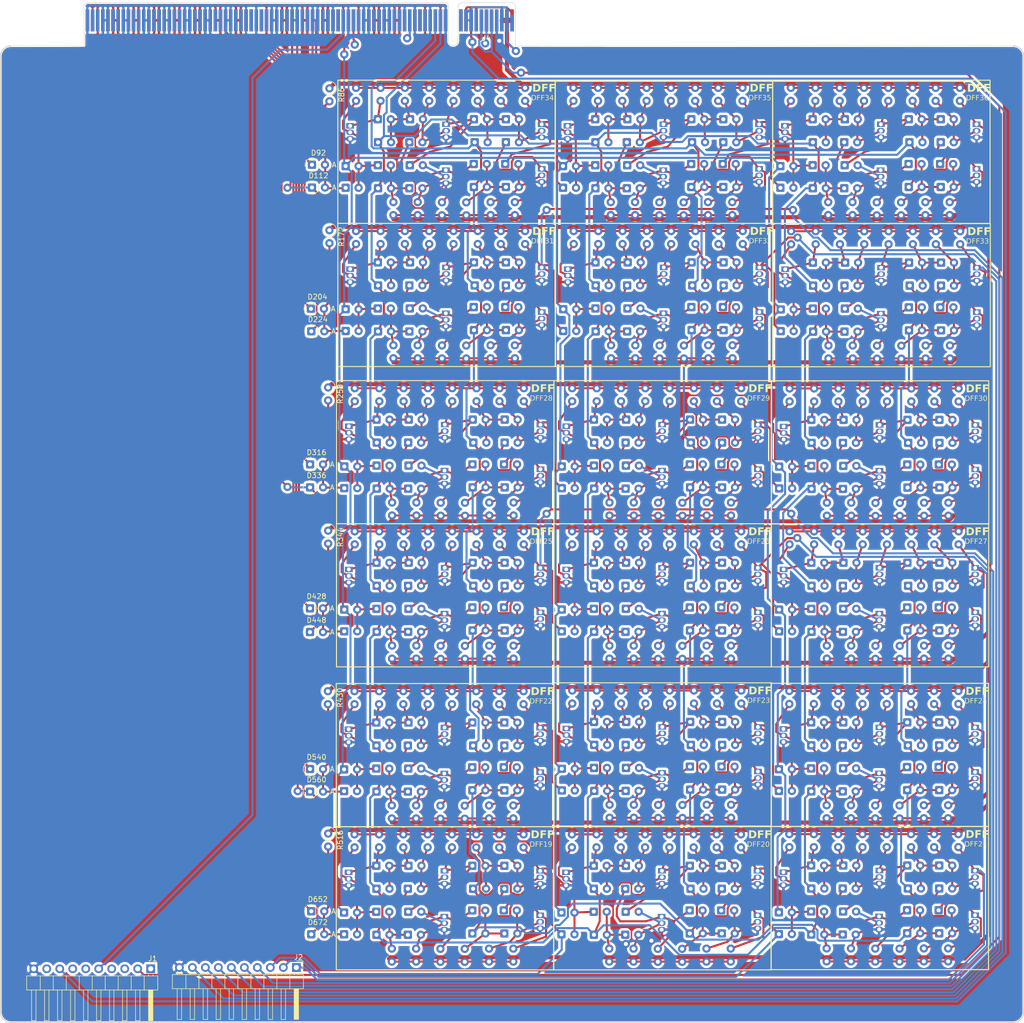
<source format=kicad_pcb>
(kicad_pcb (version 20241229) (generator "pcbnew") (generator_version "9.0")
  (title_block (title "Santa's Microfactory - Chutes PCB 2") (date "2026-01-24") (company "Logan Peterson"))
  (layers (0 "F.Cu" signal) (4 "In1.Cu" signal) (6 "In2.Cu" signal) (2 "B.Cu" signal) (13 "F.Paste" user) (15 "B.Paste" user) (5 "F.SilkS" user "F.Silkscreen") (7 "B.SilkS" user "B.Silkscreen") (1 "F.Mask" user) (3 "B.Mask" user) (25 "Edge.Cuts" user))
  (net 0 "")
  (net 1 "CLK_TICK")
  (net 2 "GND")
  (net 4 "CLK")
  (net 5 "NCLK")
  (net 38 "IN_G0")
  (net 39 "IN_C0")
  (net 40 "SEED_1")
  (net 41 "SEED_2")
  (net 42 "RESET")
  (net 43 "SEED_3")
  (net 44 "SEED_4")
  (net 45 "TAP_G2")
  (net 46 "TAP_C2")
  (net 47 "TAP_G3")
  (net 48 "TAP_C3")
  (net 49 "NRESET")
  (net 50 "TAP_G5")
  (net 51 "TAP_C5")
  (net 52 "TAP_G6")
  (net 53 "TAP_C6")
  (net 54 "TAP_G8")
  (net 55 "TAP_C8")
  (net 56 "TAP_G9")
  (net 57 "TAP_C9")
  (net 58 "HALT")
  (net 59 "LOAD0")
  (net 60 "LOAD1")
  (net 61 "LOAD2")
  (net 62 "LOAD3")
  (net 63 "LOAD4")
  (net 64 "LOAD5")
  (net 65 "INPUT0")
  (net 66 "INPUT1")
  (net 67 "INPUT2")
  (net 68 "INPUT3")
  (net 69 "INPUT4")
  (net 70 "INPUT5")
  (net 75 "NHALT")
  (net 76 "Net-(D112-A)")
  (net 77 "CORR_0")
  (net 78 "Net-(D204-A)")
  (net 79 "Net-(D316-A)")
  (net 80 "S0_G3")
  (net 81 "S1_G3")
  (net 82 "Net-(D428-A)")
  (net 83 "Net-(D540-A)")
  (net 84 "Net-(D652-A)")
  (net 85 "S0_NG3")
  (net 86 "S1_NG3")
  (net 87 "S2_NG3")
  (net 88 "S2_G3")
  (net 89 "WRONG_0")
  (net 90 "CORR_3")
  (net 91 "S0_C3")
  (net 92 "S0_NC3")
  (net 93 "S1_NC3")
  (net 94 "S2_NC3")
  (net 95 "S2_C3")
  (net 96 "WRONG_1")
  (net 97 "CORR_4")
  (net 98 "S0_G4")
  (net 99 "S0_NG4")
  (net 100 "S1_NG4")
  (net 101 "S2_NG4")
  (net 102 "S2_G4")
  (net 103 "CORR_1")
  (net 104 "S0_C4")
  (net 105 "S1_C4")
  (net 106 "S0_NC4")
  (net 107 "S1_NC4")
  (net 108 "S2_NC4")
  (net 109 "S2_C4")
  (net 110 "CORR_2")
  (net 111 "CORR_5")
  (net 112 "S0_G5")
  (net 113 "S1_G5")
  (net 114 "S0_NG5")
  (net 115 "S1_NG5")
  (net 116 "S2_NG5")
  (net 117 "S2_G5")
  (net 118 "WRONG_2")
  (net 119 "S0_C5")
  (net 120 "S0_NC5")
  (net 121 "S1_NC5")
  (net 122 "S2_NC5")
  (net 123 "S2_C5")
  (net 124 "+5V")
  (footprint "shenanigans:DFF-shenanigans" (layer "F.Cu") (at 157.988314 80.46)
    (property "Reference" "DFF32")
    (property "Value" "~" (hide yes))
  )
  (footprint "shenanigans:DFF-shenanigans" (layer "F.Cu") (at 157.688314 111.21)
    (property "Reference" "DFF29")
    (property "Value" "~" (hide yes))
  )
  (footprint "shenanigans:DFF-shenanigans" (layer "F.Cu") (at 200.138314 170.41999)
    (property "Reference" "DFF24")
    (property "Value" "~")
  )
  (footprint "shenanigans:DFF-shenanigans" (layer "F.Cu") (at 157.678314 139.202517)
    (property "Reference" "DFF26")
    (property "Value" "~")
  )
  (footprint "shenanigans:DFF-shenanigans" (layer "F.Cu") (at 157.702628 170.324906)
    (property "Reference" "DFF23")
    (property "Value" "~")
  )
  (footprint "Diode_THT:D_DO-35_SOD27_P2.54mm_Vertical_AnodeUp" (layer "F.Cu") (at 87.76 87.57084)
    (property "Reference" "D224")
    (property "Value" "D")
  )
  (footprint "shenanigans:DFF-shenanigans" (layer "F.Cu") (at 115.188314 111.21)
    (property "Reference" "DFF28")
    (property "Value" "~" (hide yes))
  )
  (footprint "Diode_THT:D_DO-35_SOD27_P2.54mm_Vertical_AnodeUp" (layer "F.Cu") (at 87.885686 59.454516)
    (property "Reference" "D112")
    (property "Value" "D")
  )
  (footprint "Resistor_THT:R_Axial_DIN0207_L6.3mm_D2.5mm_P2.54mm_Vertical" (layer "F.Cu") (at 91.05 126.555084 -90)
    (property "Reference" "R344")
    (property "Value" "10k")
  )
  (footprint "shenanigans:DFF-shenanigans" (layer "F.Cu") (at 200.138314 198.42)
    (property "Reference" "DFF21")
    (property "Value" "~")
  )
  (footprint "Resistor_THT:R_Axial_DIN0207_L6.3mm_D2.5mm_P2.54mm_Vertical" (layer "F.Cu") (at 91 157.96 -90)
    (property "Reference" "R430")
    (property "Value" "10k")
  )
  (footprint "Diode_THT:D_DO-35_SOD27_P2.54mm_Vertical_AnodeUp" (layer "F.Cu") (at 87.75 201)
    (property "Reference" "D652")
    (property "Value" "D")
  )
  (footprint "shenanigans:DFF-shenanigans" (layer "F.Cu") (at 200.178314 139.202517)
    (property "Reference" "DFF27")
    (property "Value" "~")
  )
  (footprint "Diode_THT:D_DO-35_SOD27_P2.54mm_Vertical_AnodeUp" (layer "F.Cu") (at 87.51 177.595084)
    (property "Reference" "D560")
    (property "Value" "D")
  )
  (footprint "shenanigans:DFF-shenanigans" (layer "F.Cu") (at 200.438314 52.46)
    (property "Reference" "DFF36")
    (property "Value" "~")
  )
  (footprint "shenanigans:DFF-shenanigans" (layer "F.Cu") (at 157.638314 198.46)
    (property "Reference" "DFF20")
    (property "Value" "~")
  )
  (footprint "Resistor_THT:R_Axial_DIN0207_L6.3mm_D2.5mm_P2.54mm_Vertical" (layer "F.Cu") (at 91.3 67.800084 -90)
    (property "Reference" "R172")
    (property "Value" "10k")
  )
  (footprint "Diode_THT:D_DO-35_SOD27_P2.54mm_Vertical_AnodeUp" (layer "F.Cu") (at 87.75 205.5)
    (property "Reference" "D672")
    (property "Value" "D")
  )
  (footprint "Diode_THT:D_DO-35_SOD27_P2.54mm_Vertical_AnodeUp" (layer "F.Cu") (at 87.5 146.399597)
    (property "Reference" "D448")
    (property "Value" "D")
  )
  (footprint "Connector_PinHeader_2.54mm:PinHeader_1x10_P2.54mm_Horizontal" (layer "F.Cu") (at 56.36 212.25 -90)
    (property "Reference" "J1")
    (property "Value" "Conn_01x10_Pin")
  )
  (footprint "Connector_PCBEdge:BUS_PCIexpress_x16" (layer "F.Cu") (at 127 26.75 180)
    (property "Reference" "J4")
    (property "Value" "Bus_PCI_Express_x16")
    (fp_line (start 83.65 2.95) (end 83.15 3.45) (stroke (width 0.1)) (layer "Edge.Cuts"))
    (fp_line (start 83.65 -4.95) (end 83.65 2.95) (stroke (width 0.1)) (layer "Edge.Cuts"))
    (fp_line (start 12.95 3.45) (end 83.15 3.45) (stroke (width 0.1)) (layer "Edge.Cuts"))
    (fp_line (start 12.45 2.95) (end 12.95 3.45) (stroke (width 0.1)) (layer "Edge.Cuts"))
    (fp_line (start 12.45 -4) (end 12.45 2.95) (stroke (width 0.1)) (layer "Edge.Cuts"))
    (fp_line (start 10.55 2.95) (end 10.05 3.45) (stroke (width 0.1)) (layer "Edge.Cuts"))
    (fp_line (start 10.55 -4) (end 10.55 2.95) (stroke (width 0.1)) (layer "Edge.Cuts"))
    (fp_line (start -0.15 3.45) (end 10.05 3.45) (stroke (width 0.1)) (layer "Edge.Cuts"))
    (fp_line (start -0.65 2.95) (end -0.15 3.45) (stroke (width 0.1)) (layer "Edge.Cuts"))
    (fp_line (start -0.65 -4.95) (end -0.65 2.95) (stroke (width 0.1)) (layer "Edge.Cuts"))
    (fp_arc (start 10.55 -4) (mid 11.5 -4.95) (end 12.45 -4) (stroke (width 0.1)) (layer "Edge.Cuts"))
  )
  (footprint "Resistor_THT:R_Axial_DIN0207_L6.3mm_D2.5mm_P2.54mm_Vertical" (layer "F.Cu") (at 91.05 185.805084 -90)
    (property "Reference" "R516")
    (property "Value" "10k")
  )
  (footprint "shenanigans:DFF-shenanigans" (layer "F.Cu") (at 157.938314 52.46)
    (property "Reference" "DFF35")
    (property "Value" "~")
  )
  (footprint "shenanigans:DFF-shenanigans" (layer "F.Cu") (at 115.138314 170.45999)
    (property "Reference" "DFF22")
    (property "Value" "~")
  )
  (footprint "Diode_THT:D_DO-35_SOD27_P2.54mm_Vertical_AnodeUp" (layer "F.Cu") (at 87.885686 55)
    (property "Reference" "D92")
    (property "Value" "D")
  )
  (footprint "Diode_THT:D_DO-35_SOD27_P2.54mm_Vertical_AnodeUp" (layer "F.Cu") (at 87.684315 83.161808)
    (property "Reference" "D204")
    (property "Value" "D")
  )
  (footprint "Diode_THT:D_DO-35_SOD27_P2.54mm_Vertical_AnodeUp" (layer "F.Cu") (at 87.508629 173.186052)
    (property "Reference" "D540")
    (property "Value" "D")
  )
  (footprint "Diode_THT:D_DO-35_SOD27_P2.54mm_Vertical_AnodeUp" (layer "F.Cu") (at 87.5 141.75)
    (property "Reference" "D428")
    (property "Value" "D")
  )
  (footprint "shenanigans:DFF-shenanigans" (layer "F.Cu") (at 200.188314 111.25)
    (property "Reference" "DFF30")
    (property "Value" "~")
  )
  (footprint "Resistor_THT:R_Axial_DIN0207_L6.3mm_D2.5mm_P2.54mm_Vertical" (layer "F.Cu") (at 91.05 98.555084 -90)
    (property "Reference" "R258")
    (property "Value" "10k")
  )
  (footprint "Diode_THT:D_DO-35_SOD27_P2.54mm_Vertical_AnodeUp" (layer "F.Cu") (at 87.51 113.595084)
    (property "Reference" "D316")
    (property "Value" "D")
  )
  (footprint "Connector_PinHeader_2.54mm:PinHeader_1x10_P2.54mm_Horizontal" (layer "F.Cu") (at 84.83 212 -90)
    (property "Reference" "J2")
    (property "Value" "Conn_01x10_Pin")
  )
  (footprint "shenanigans:DFF-shenanigans" (layer "F.Cu") (at 115.438314 80.46)
    (property "Reference" "DFF31")
    (property "Value" "~" (hide yes))
  )
  (footprint "shenanigans:DFF-shenanigans" (layer "F.Cu") (at 200.488314 80.5)
    (property "Reference" "DFF33")
    (property "Value" "~")
  )
  (footprint "shenanigans:DFF-shenanigans" (layer "F.Cu") (at 115.438314 52.46)
    (property "Reference" "DFF34")
    (property "Value" "~")
  )
  (footprint "Resistor_THT:R_Axial_DIN0207_L6.3mm_D2.5mm_P2.54mm_Vertical" (layer "F.Cu") (at 91.3 40.050084 -90)
    (property "Reference" "R86")
    (property "Value" "10k")
  )
  (footprint "shenanigans:DFF-shenanigans" (layer "F.Cu") (at 115.138314 198.46)
    (property "Reference" "DFF19")
    (property "Value" "~")
  )
  (footprint "Diode_THT:D_DO-35_SOD27_P2.54mm_Vertical_AnodeUp" (layer "F.Cu") (at 87.51 118.095084)
    (property "Reference" "D336")
    (property "Value" "D")
  )
  (footprint "shenanigans:DFF-shenanigans" (layer "F.Cu") (at 115.178314 139.202517)
    (property "Reference" "DFF25")
    (property "Value" "~")
  )
  (gr_line (start 27.000014 220.749986) (end 27.000014 33.749986) (stroke (width 0.2)) (layer "Edge.Cuts"))
  (gr_arc (start 29.000014 222.749986) (mid 27.5858 222.1642) (end 27.000014 220.749986) (stroke (width 0.2)) (layer "Edge.Cuts"))
  (gr_arc (start 227.000014 220.749986) (mid 226.414228 222.1642) (end 225.000014 222.749986) (stroke (width 0.2)) (layer "Edge.Cuts"))
  (gr_arc (start 27.000014 33.749986) (mid 27.5858 32.335772) (end 29.000014 31.749986) (stroke (width 0.2)) (layer "Edge.Cuts"))
  (gr_line (start 227.000014 33.749986) (end 227.000014 220.749986) (stroke (width 0.2)) (layer "Edge.Cuts"))
  (gr_line (start 29.000014 31.749986) (end 43.350014 31.699986) (stroke (width 0.05)) (layer "Edge.Cuts"))
  (gr_line (start 127.650014 31.699986) (end 225.000014 31.749986) (stroke (width 0.05)) (layer "Edge.Cuts"))
  (gr_line (start 225.000014 222.749986) (end 29.000014 222.749986) (stroke (width 0.2)) (layer "Edge.Cuts"))
  (gr_arc (start 225.000014 31.749986) (mid 226.414228 32.335772) (end 227.000014 33.749986) (stroke (width 0.2)) (layer "Edge.Cuts"))
  (gr_text "J4" (at 122 30.25 0) (layer "F.SilkS") (effects (font (size 1 1))))
  (segment (start 166 110) (end 166 109.444199) (width 0.3) (layer "F.Cu") (net 2))
  (segment (start 163 108.458513) (end 163.324686 108.783199) (width 0.3) (layer "F.Cu") (net 2))
  (segment (start 163.324686 109.827829) (end 164.246857 110.75) (width 0.3) (layer "F.Cu") (net 2))
  (segment (start 137.326855 195.935084) (end 135.301 193.909229) (width 0.4) (layer "F.Cu") (net 2))
  (segment (start 150.336686 204.789214) (end 149.531093 203.983621) (width 0.3) (layer "F.Cu") (net 2))
  (segment (start 163 104) (end 163 108.458513) (width 0.3) (layer "F.Cu") (net 2))
  (segment (start 108.076686 51.400954) (end 108.571333 51.895601) (width 0.3) (layer "F.Cu") (net 2))
  (segment (start 135.301 193.909229) (end 135.301 192.92324) (width 0.4) (layer "F.Cu") (net 2))
  (segment (start 178.098591 107.322398) (end 178.098591 105.688816) (width 0.3) (layer "F.Cu") (net 2))
  (segment (start 173.425165 110.015904) (end 175.05 108.391069) (width 0.3) (layer "F.Cu") (net 2))
  (segment (start 154.625324 197.33976) (end 156.35 195.615084) (width 0.3) (layer "F.Cu") (net 2))
  (segment (start 150.336686 195.789214) (end 150.336686 197.400954) (width 0.3) (layer "F.Cu") (net 2))
  (segment (start 118.849 189.430302) (end 120.639 191.220302) (width 0.4) (layer "F.Cu") (net 2))
  (segment (start 165.25 110.75) (end 166 110) (width 0.3) (layer "F.Cu") (net 2))
  (segment (start 108.06324 63.456084) (end 107.389 62.781844) (width 0.3) (layer "F.Cu") (net 2))
  (segment (start 149.531093 203.983621) (end 147.350373 203.983621) (width 0.3) (layer "F.Cu") (net 2))
  (segment (start 105.685856 57.545345) (end 104.5 56.359489) (width 0.3) (layer "F.Cu") (net 2))
  (segment (start 121.448926 197.746084) (end 122.402446 197.746084) (width 0.4) (layer "F.Cu") (net 2))
  (segment (start 171.32575 110.575748) (end 173.425165 110.015904) (width 0.3) (layer "F.Cu") (net 2))
  (segment (start 150.336686 197.400954) (end 150.681816 197.746084) (width 0.3) (layer "F.Cu") (net 2))
  (segment (start 113.06112 49.615084) (end 114.09 49.615084) (width 0.3) (layer "F.Cu") (net 2))
  (segment (start 120.639 196.936158) (end 121.448926 197.746084) (width 0.4) (layer "F.Cu") (net 2))
  (segment (start 179.461277 108.685084) (end 178.098591 107.322398) (width 0.3) (layer "F.Cu") (net 2))
  (segment (start 150.681816 197.746084) (end 152.202446 197.746084) (width 0.3) (layer "F.Cu") (net 2))
  (segment (start 163.324686 108.783199) (end 163.324686 109.827829) (width 0.3) (layer "F.Cu") (net 2))
  (segment (start 126.75 195.888214) (end 126.75 197.25) (width 0.4) (layer "F.Cu") (net 2))
  (segment (start 114.04 58.595084) (end 109.179 63.456084) (width 0.3) (layer "F.Cu") (net 2))
  (segment (start 169.439 108.689) (end 169.439 109.827829) (width 0.3) (layer "F.Cu") (net 2))
  (segment (start 161 100.5) (end 161 102) (width 0.3) (layer "F.Cu") (net 2))
  (segment (start 137.55 195.935084) (end 137.326855 195.935084) (width 0.4) (layer "F.Cu") (net 2))
  (segment (start 168.950069 108.200069) (end 169.439 108.689) (width 0.3) (layer "F.Cu") (net 2))
  (segment (start 166 109.444199) (end 167.24413 108.200069) (width 0.3) (layer "F.Cu") (net 2))
  (segment (start 149.991556 195.444084) (end 150.336686 195.789214) (width 0.3) (layer "F.Cu") (net 2))
  (segment (start 146.75 197.0739) (end 148.379816 195.444084) (width 0.3) (layer "F.Cu") (net 2))
  (segment (start 156.3 204.7) (end 156.3 204.595084) (width 0.3) (layer "F.Cu") (net 2))
  (segment (start 161 102) (end 163 104) (width 0.3) (layer "F.Cu") (net 2))
  (segment (start 127.317156 197.5) (end 127.56324 197.746084) (width 0.4) (layer "F.Cu") (net 2))
  (segment (start 149.342556 207.395084) (end 150.336686 206.400954) (width 0.3) (layer "F.Cu") (net 2))
  (segment (start 124 30.25) (end 124 26.75) (width 0.4) (layer "F.Cu") (net 2))
  (segment (start 135.301 192.92324) (end 129.72676 187.349) (width 0.4) (layer "F.Cu") (net 2))
  (segment (start 152.60877 197.33976) (end 154.625324 197.33976) (width 0.3) (layer "F.Cu") (net 2))
  (segment (start 107.389 62.781844) (end 107.389 61.08864) (width 0.3) (layer "F.Cu") (net 2))
  (segment (start 154.25 206.75) (end 156.3 204.7) (width 0.3) (layer "F.Cu") (net 2))
  (segment (start 147.350373 203.983621) (end 146.75 203.383248) (width 0.3) (layer "F.Cu") (net 2))
  (segment (start 127.56324 197.746084) (end 127.996084 197.746084) (width 0.4) (layer "F.Cu") (net 2))
  (segment (start 180.061277 108.685084) (end 179.461277 108.685084) (width 0.3) (layer "F.Cu") (net 2))
  (segment (start 150.336686 206.400954) (end 150.336686 204.789214) (width 0.3) (layer "F.Cu") (net 2))
  (segment (start 118.849 188.02324) (end 118.849 189.430302) (width 0.4) (layer "F.Cu") (net 2))
  (segment (start 130.063447 196.436553) (end 131.698531 196.436553) (width 0.4) (layer "F.Cu") (net 2))
  (segment (start 128 197.75) (end 128.75 197.75) (width 0.4) (layer "F.Cu") (net 2))
  (segment (start 108.076686 58.587686) (end 107.034345 57.545345) (width 0.3) (layer "F.Cu") (net 2))
  (segment (start 126.75 197.25) (end 127 197.5) (width 0.4) (layer "F.Cu") (net 2))
  (segment (start 119.52324 187.349) (end 118.849 188.02324) (width 0.4) (layer "F.Cu") (net 2))
  (segment (start 107.034345 57.545345) (end 105.685856 57.545345) (width 0.3) (layer "F.Cu") (net 2))
  (segment (start 108.571333 51.895601) (end 110.780603 51.895601) (width 0.3) (layer "F.Cu") (net 2))
  (segment (start 122.402446 197.746084) (end 123.076686 197.071844) (width 0.4) (layer "F.Cu") (net 2))
  (segment (start 169.439 109.827829) (end 170.186919 110.575748) (width 0.3) (layer "F.Cu") (net 2))
  (segment (start 109.179 63.456084) (end 108.06324 63.456084) (width 0.3) (layer "F.Cu") (net 2))
  (segment (start 124.69413 195.444084) (end 126.30587 195.444084) (width 0.4) (layer "F.Cu") (net 2))
  (segment (start 149.24697 207.395084) (end 149.342556 207.395084) (width 0.3) (layer "F.Cu") (net 2))
  (segment (start 127 197.5) (end 127.317156 197.5) (width 0.4) (layer "F.Cu") (net 2))
  (segment (start 123.076686 197.071844) (end 123.076686 197.061528) (width 0.4) (layer "F.Cu") (net 2))
  (segment (start 164.246857 110.75) (end 165.25 110.75) (width 0.3) (layer "F.Cu") (net 2))
  (segment (start 152.202446 197.746084) (end 152.60877 197.33976) (width 0.3) (layer "F.Cu") (net 2))
  (segment (start 104.5 56.359489) (end 104.5 51.0639) (width 0.3) (layer "F.Cu") (net 2))
  (segment (start 104.5 51.0639) (end 106.119816 49.444084) (width 0.3) (layer "F.Cu") (net 2))
  (segment (start 123.076686 197.061528) (end 124.69413 195.444084) (width 0.4) (layer "F.Cu") (net 2))
  (segment (start 126.30587 195.444084) (end 126.75 195.888214) (width 0.4) (layer "F.Cu") (net 2))
  (segment (start 146.75 203.383248) (end 146.75 197.0739) (width 0.3) (layer "F.Cu") (net 2))
  (segment (start 131.698531 196.436553) (end 132.5 195.635084) (width 0.4) (layer "F.Cu") (net 2))
  (segment (start 107.731556 49.444084) (end 108.076686 49.789214) (width 0.3) (layer "F.Cu") (net 2))
  (segment (start 127.996084 197.746084) (end 128 197.75) (width 0.4) (layer "F.Cu") (net 2))
  (segment (start 110.780603 51.895601) (end 113.06112 49.615084) (width 0.3) (layer "F.Cu") (net 2))
  (segment (start 148.379816 195.444084) (end 149.991556 195.444084) (width 0.3) (layer "F.Cu") (net 2))
  (segment (start 107.389 61.08864) (end 108.076686 60.400954) (width 0.3) (layer "F.Cu") (net 2))
  (segment (start 170.186919 110.575748) (end 171.32575 110.575748) (width 0.3) (layer "F.Cu") (net 2))
  (segment (start 124.5 30.75) (end 124 30.25) (width 0.4) (layer "F.Cu") (net 2))
  (segment (start 178.098591 105.688816) (end 172.51476 100.104985) (width 0.3) (layer "F.Cu") (net 2))
  (segment (start 167.24413 108.200069) (end 168.950069 108.200069) (width 0.3) (layer "F.Cu") (net 2))
  (segment (start 108.076686 60.400954) (end 108.076686 58.587686) (width 0.3) (layer "F.Cu") (net 2))
  (segment (start 108.076686 49.789214) (end 108.076686 51.400954) (width 0.3) (layer "F.Cu") (net 2))
  (segment (start 172.51476 100.104985) (end 161.395015 100.104985) (width 0.3) (layer "F.Cu") (net 2))
  (segment (start 120.639 191.220302) (end 120.639 196.936158) (width 0.4) (layer "F.Cu") (net 2))
  (segment (start 106.119816 49.444084) (end 107.731556 49.444084) (width 0.3) (layer "F.Cu") (net 2))
  (segment (start 128.75 197.75) (end 130.063447 196.436553) (width 0.4) (layer "F.Cu") (net 2))
  (segment (start 161.395015 100.104985) (end 161 100.5) (width 0.3) (layer "F.Cu") (net 2))
  (segment (start 129.72676 187.349) (end 119.52324 187.349) (width 0.4) (layer "F.Cu") (net 2))
  (via (at 149.24697 207.395084) (size 1.6) (drill 0.8) (layers "F.Cu" "B.Cu") (net 2))
  (via (at 154.25 206.75) (size 1.6) (drill 0.8) (layers "F.Cu" "B.Cu") (net 2))
  (via (at 124.5 30.75) (size 1.6) (drill 0.8) (layers "F.Cu" "B.Cu") (net 2))
  (segment (start 149.24697 207.395084) (end 149.892054 206.75) (width 0.3) (layer "B.Cu") (net 2))
  (segment (start 149.892054 206.75) (end 154.25 206.75) (width 0.3) (layer "B.Cu") (net 2))
  (segment (start 100.5 177.595084) (end 99.259 178.836084) (width 0.4) (layer "B.Cu") (net 4))
  (segment (start 99.259 178.836084) (end 99.259 195.354084) (width 0.4) (layer "B.Cu") (net 4))
  (segment (start 161.399106 49.394084) (end 173.564438 49.394084) (width 0.4) (layer "B.Cu") (net 4))
  (segment (start 185.84 59.595084) (end 184.457445 59.595084) (width 0.4) (layer "B.Cu") (net 4))
  (segment (start 142.099 77.354084) (end 142.099 60.836084) (width 0.4) (layer "B.Cu") (net 4))
  (segment (start 145.185084 48.75) (end 154.240354 48.75) (width 0.4) (layer "B.Cu") (net 4))
  (segment (start 99.309 89.076084) (end 99.309 108.104084) (width 0.4) (layer "B.Cu") (net 4))
  (segment (start 173.09142 209.506084) (end 165 209.506084) (width 0.4) (layer "B.Cu") (net 4))
  (segment (start 184.25 167.295084) (end 184.25 147.611798) (width 0.4) (layer "B.Cu") (net 4))
  (segment (start 141.809 195.354084) (end 141.809 178.836084) (width 0.4) (layer "B.Cu") (net 4))
  (segment (start 143.34 78.595084) (end 142.099 77.354084) (width 0.4) (layer "B.Cu") (net 4))
  (segment (start 141.809 147.586084) (end 143.05 146.345084) (width 0.4) (layer "B.Cu") (net 4))
  (segment (start 135.88342 204.304084) (end 141.759 204.304084) (width 0.4) (layer "B.Cu") (net 4))
  (segment (start 100.55 146.354606) (end 99.259 147.645606) (width 0.4) (layer "B.Cu") (net 4))
  (segment (start 185.5 196.555084) (end 184.259 195.314084) (width 0.4) (layer "B.Cu") (net 4))
  (segment (start 99.309 108.104084) (end 100.55 109.345084) (width 0.4) (layer "B.Cu") (net 4))
  (segment (start 101.991 49.394084) (end 100.79 50.595084) (width 0.4) (layer "B.Cu") (net 4))
  (segment (start 143.34 50.595084) (end 143.074 50.861084) (width 0.4) (layer "B.Cu") (net 4))
  (segment (start 175.031438 50.861084) (end 185.574 50.861084) (width 0.4) (layer "B.Cu") (net 4))
  (segment (start 100.55 118.345084) (end 99.309 119.586084) (width 0.4) (layer "B.Cu") (net 4))
  (segment (start 99.309 136.113606) (end 100.55 137.354606) (width 0.4) (layer "B.Cu") (net 4))
  (segment (start 133.08342 207.104084) (end 135.88342 204.304084) (width 0.4) (layer "B.Cu") (net 4))
  (segment (start 159.721438 209.551084) (end 153.920354 203.75) (width 0.4) (layer "B.Cu") (net 4))
  (segment (start 184.209 204.264084) (end 178.33342 204.264084) (width 0.4) (layer "B.Cu") (net 4))
  (segment (start 113 31.301529) (end 102.491 41.810529) (width 0.4) (layer "B.Cu") (net 4))
  (segment (start 184.270277 108.104084) (end 184.270277 89.164807) (width 0.4) (layer "B.Cu") (net 4))
  (segment (start 184.259 195.314084) (end 184.259 178.886084) (width 0.4) (layer "B.Cu") (net 4))
  (segment (start 141.759 204.304084) (end 143.05 205.595084) (width 0.4) (layer "B.Cu") (net 4))
  (segment (start 153.920354 203.75) (end 144.895084 203.75) (width 0.4) (layer "B.Cu") (net 4))
  (segment (start 184.270277 89.164807) (end 185.84 87.595084) (width 0.4) (layer "B.Cu") (net 4))
  (segment (start 100.5 205.595084) (end 102.009 207.104084) (width 0.4) (layer "B.Cu") (net 4))
  (segment (start 99.549 60.836084) (end 99.549 77.354084) (width 0.4) (layer "B.Cu") (net 4))
  (segment (start 164.955 209.551084) (end 159.721438 209.551084) (width 0.4) (layer "B.Cu") (net 4))
  (segment (start 143.05 196.595084) (end 141.809 195.354084) (width 0.4) (layer "B.Cu") (net 4))
  (segment (start 143.05 137.345084) (end 141.809 136.104084) (width 0.4) (layer "B.Cu") (net 4))
  (segment (start 178.33342 204.264084) (end 173.09142 209.506084) (width 0.4) (layer "B.Cu") (net 4))
  (segment (start 141.809 178.836084) (end 143.05 177.595084) (width 0.4) (layer "B.Cu") (net 4))
  (segment (start 160.252106 50.541084) (end 161.399106 49.394084) (width 0.4) (layer "B.Cu") (net 4))
  (segment (start 142.099 60.836084) (end 143.34 59.595084) (width 0.4) (layer "B.Cu") (net 4))
  (segment (start 99.259 167.354084) (end 100.5 168.595084) (width 0.4) (layer "B.Cu") (net 4))
  (segment (start 113 26.75) (end 113 31.301529) (width 0.4) (layer "B.Cu") (net 4))
  (segment (start 180.339 63.713529) (end 180.339 73.094084) (width 0.4) (layer "B.Cu") (net 4))
  (segment (start 100.79 59.595084) (end 99.549 60.836084) (width 0.4) (layer "B.Cu") (net 4))
  (segment (start 180.005013 131.854785) (end 185.506013 137.355785) (width 0.4) (layer "B.Cu") (net 4))
  (segment (start 99.549 77.354084) (end 100.79 78.595084) (width 0.4) (layer "B.Cu") (net 4))
  (segment (start 141.809 119.592069) (end 143.05 118.351069) (width 0.4) (layer "B.Cu") (net 4))
  (segment (start 141.809 136.104084) (end 141.809 119.592069) (width 0.4) (layer "B.Cu") (net 4))
  (segment (start 180.005013 123.051348) (end 180.005013 131.854785) (width 0.4) (layer "B.Cu") (net 4))
  (segment (start 154.240354 48.75) (end 156.031438 50.541084) (width 0.4) (layer "B.Cu") (net 4))
  (segment (start 173.564438 49.394084) (end 175.031438 50.861084) (width 0.4) (layer "B.Cu") (net 4))
  (segment (start 111.224471 46.149084) (end 107.979471 49.394084) (width 0.4) (layer "B.Cu") (net 4))
  (segment (start 141.809 167.354084) (end 141.809 147.586084) (width 0.4) (layer "B.Cu") (net 4))
  (segment (start 107.979471 49.394084) (end 101.991 49.394084) (width 0.4) (layer "B.Cu") (net 4))
  (segment (start 185.511277 118.345084) (end 184.711277 118.345084) (width 0.4) (layer "B.Cu") (net 4))
  (segment (start 99.309 119.586084) (end 99.309 136.113606) (width 0.4) (layer "B.Cu") (net 4))
  (segment (start 185.511277 109.345084) (end 184.270277 108.104084) (width 0.4) (layer "B.Cu") (net 4))
  (segment (start 141.809 108.110069) (end 141.809 89.126084) (width 0.4) (layer "B.Cu") (net 4))
  (segment (start 185.574 50.861084) (end 185.84 50.595084) (width 0.4) (layer "B.Cu") (net 4))
  (segment (start 99.259 195.354084) (end 100.5 196.595084) (width 0.4) (layer "B.Cu") (net 4))
  (segment (start 143.05 109.351069) (end 141.809 108.110069) (width 0.4) (layer "B.Cu") (net 4))
  (segment (start 100.79 87.595084) (end 99.309 89.076084) (width 0.4) (layer "B.Cu") (net 4))
  (segment (start 102.491 44.728504) (end 101.951 45.268504) (width 0.4) (layer "B.Cu") (net 4))
  (segment (start 130.294471 50.861084) (end 128.683387 49.25) (width 0.4) (layer "B.Cu") (net 4))
  (segment (start 185.5 205.555084) (end 184.209 204.264084) (width 0.4) (layer "B.Cu") (net 4))
  (segment (start 143.05 168.595084) (end 141.809 167.354084) (width 0.4) (layer "B.Cu") (net 4))
  (segment (start 102.491 41.810529) (end 102.491 44.728504) (width 0.4) (layer "B.Cu") (net 4))
  (segment (start 184.711277 118.345084) (end 180.005013 123.051348) (width 0.4) (layer "B.Cu") (net 4))
  (segment (start 184.25 147.611798) (end 185.506013 146.355785) (width 0.4) (layer "B.Cu") (net 4))
  (segment (start 180.339 73.094084) (end 185.84 78.595084) (width 0.4) (layer "B.Cu") (net 4))
  (segment (start 99.259 147.645606) (end 99.259 167.354084) (width 0.4) (layer "B.Cu") (net 4))
  (segment (start 101.951 45.268504) (end 101.951 49.434084) (width 0.4) (layer "B.Cu") (net 4))
  (segment (start 141.809 89.126084) (end 143.34 87.595084) (width 0.4) (layer "B.Cu") (net 4))
  (segment (start 128.683387 49.25) (end 118.341916 49.25) (width 0.4) (layer "B.Cu") (net 4))
  (segment (start 184.259 178.886084) (end 185.55 177.595084) (width 0.4) (layer "B.Cu") (net 4))
  (segment (start 118.341916 49.25) (end 115.241 46.149084) (width 0.4) (layer "B.Cu") (net 4))
  (segment (start 184.457445 59.595084) (end 180.339 63.713529) (width 0.4) (layer "B.Cu") (net 4))
  (segment (start 144.895084 203.75) (end 143.05 205.595084) (width 0.4) (layer "B.Cu") (net 4))
  (segment (start 143.34 50.595084) (end 145.185084 48.75) (width 0.4) (layer "B.Cu") (net 4))
  (segment (start 101.951 49.434084) (end 100.79 50.595084) (width 0.4) (layer "B.Cu") (net 4))
  (segment (start 102.009 207.104084) (end 133.08342 207.104084) (width 0.4) (layer "B.Cu") (net 4))
  (segment (start 185.55 168.595084) (end 184.25 167.295084) (width 0.4) (layer "B.Cu") (net 4))
  (segment (start 165 209.506084) (end 164.955 209.551084) (width 0.4) (layer "B.Cu") (net 4))
  (segment (start 143.074 50.861084) (end 130.294471 50.861084) (width 0.4) (layer "B.Cu") (net 4))
  (segment (start 115.241 46.149084) (end 111.224471 46.149084) (width 0.4) (layer "B.Cu") (net 4))
  (segment (start 156.031438 50.541084) (end 160.252106 50.541084) (width 0.4) (layer "B.Cu") (net 4))
  (segment (start 120.451 163.268504) (end 120.451 167.52977) (width 0.4) (layer "B.Cu") (net 5))
  (segment (start 160.599 184.289555) (end 161.8 183.088555) (width 0.4) (layer "B.Cu") (net 5))
  (segment (start 164.041 72.518504) (end 163.291 73.268504) (width 0.4) (layer "B.Cu") (net 5))
  (segment (start 112 30.75) (end 112 26.75) (width 0.4) (layer "B.Cu") (net 5))
  (segment (start 202.277686 53.043084) (end 204.725686 50.595084) (width 0.4) (layer "B.Cu") (net 5))
  (segment (start 135.634478 203.703084) (end 134.066478 205.271084) (width 0.4) (layer "B.Cu") (net 5))
  (segment (start 163.291 73.268504) (end 163.291 77.52977) (width 0.4) (layer "B.Cu") (net 5))
  (segment (start 161.8 151.838555) (end 161.8 146.095084) (width 0.4) (layer "B.Cu") (net 5))
  (segment (start 137.911 202.089) (end 136.296916 203.703084) (width 0.4) (layer "B.Cu") (net 5))
  (segment (start 120.876686 51.796084) (end 161.024686 51.796084) (width 0.4) (layer "B.Cu") (net 5))
  (segment (start 137.911 200.428504) (end 137.911 202.089) (width 0.4) (layer "B.Cu") (net 5))
  (segment (start 161.935686 137.345084) (end 163.001 136.27977) (width 0.4) (layer "B.Cu") (net 5))
  (segment (start 204.256013 146.105785) (end 204.256013 157.055516) (width 0.4) (layer "B.Cu") (net 5))
  (segment (start 161.935686 196.595084) (end 160.599 195.258398) (width 0.4) (layer "B.Cu") (net 5))
  (segment (start 161.8 183.088555) (end 161.8 177.345084) (width 0.4) (layer "B.Cu") (net 5))
  (segment (start 204.3 183.7) (end 203.049 184.951) (width 0.4) (layer "B.Cu") (net 5))
  (segment (start 161.8 123.84454) (end 161.8 118.101069) (width 0.4) (layer "B.Cu") (net 5))
  (segment (start 163.001 131.399471) (end 161.349 129.747471) (width 0.4) (layer "B.Cu") (net 5))
  (segment (start 134.066478 205.271084) (end 129.664471 205.271084) (width 0.4) (layer "B.Cu") (net 5))
  (segment (start 160.599 153.039555) (end 161.8 151.838555) (width 0.4) (layer "B.Cu") (net 5))
  (segment (start 203.060277 108.008398) (end 204.396963 109.345084) (width 0.4) (layer "B.Cu") (net 5))
  (segment (start 118.474686 51.796084) (end 99.96342 51.796084) (width 0.4) (layer "B.Cu") (net 5))
  (segment (start 119.54 97.521529) (end 118.099 98.962529) (width 0.4) (layer "B.Cu") (net 5))
  (segment (start 120.451 167.52977) (end 119.385686 168.595084) (width 0.4) (layer "B.Cu") (net 5))
  (segment (start 99.96342 51.796084) (end 99.549 51.381664) (width 0.4) (layer "B.Cu") (net 5))
  (segment (start 161.024686 51.796084) (end 162.225686 50.595084) (width 0.4) (layer "B.Cu") (net 5))
  (segment (start 119.675686 50.595084) (end 120.876686 51.796084) (width 0.4) (layer "B.Cu") (net 5))
  (segment (start 163.291 77.52977) (end 162.225686 78.595084) (width 0.4) (layer "B.Cu") (net 5))
  (segment (start 161.8 205.345084) (end 155.954916 199.5) (width 0.4) (layer "B.Cu") (net 5))
  (segment (start 161.935686 109.351069) (end 160.599 108.014383) (width 0.4) (layer "B.Cu") (net 5))
  (segment (start 118.099 98.962529) (end 118.099 108.008398) (width 0.4) (layer "B.Cu") (net 5))
  (segment (start 203.099 167.258398) (end 204.435686 168.595084) (width 0.4) (layer "B.Cu") (net 5))
  (segment (start 203.099 158.212529) (end 203.099 167.258398) (width 0.4) (layer "B.Cu") (net 5))
  (segment (start 120.451 204.144084) (end 119.25 205.345084) (width 0.4) (layer "B.Cu") (net 5))
  (segment (start 118.339 77.258398) (end 119.675686 78.595084) (width 0.4) (layer "B.Cu") (net 5))
  (segment (start 185.63558 203.663084) (end 186.701 204.728504) (width 0.4) (layer "B.Cu") (net 5))
  (segment (start 119.3 118.095084) (end 119.3 125.771051) (width 0.4) (layer "B.Cu") (net 5))
  (segment (start 160.599 167.258398) (end 160.599 153.039555) (width 0.4) (layer "B.Cu") (net 5))
  (segment (start 186.701 204.728504) (end 186.701 206.381664) (width 0.4) (layer "B.Cu") (net 5))
  (segment (start 100.801529 38.75) (end 104 38.75) (width 0.4) (layer "B.Cu") (net 5))
  (segment (start 118.799 157.462529) (end 118.799 161.616504) (width 0.4) (layer "B.Cu") (net 5))
  (segment (start 204.261277 118.095084) (end 204.085277 118.271084) (width 0.4) (layer "B.Cu") (net 5))
  (segment (start 160.599 195.258398) (end 160.599 184.289555) (width 0.4) (layer "B.Cu") (net 5))
  (segment (start 162.09 93.088555) (end 162.09 87.345084) (width 0.4) (layer "B.Cu") (net 5))
  (segment (start 204.59 87.345084) (end 204.59 97.432806) (width 0.4) (layer "B.Cu") (net 5))
  (segment (start 160.599 108.014383) (end 160.599 94.579555) (width 0.4) (layer "B.Cu") (net 5))
  (segment (start 118.099 126.972051) (end 118.099 136.01792) (width 0.4) (layer "B.Cu") (net 5))
  (segment (start 119.54 67.011529) (end 118.339 68.212529) (width 0.4) (layer "B.Cu") (net 5))
  (segment (start 119.54 59.345084) (end 119.54 67.011529) (width 0.4) (layer "B.Cu") (net 5))
  (segment (start 161.349 129.747471) (end 161.349 124.29554) (width 0.4) (layer "B.Cu") (net 5))
  (segment (start 164.673686 53.043084) (end 202.277686 53.043084) (width 0.4) (layer "B.Cu") (net 5))
  (segment (start 175.201478 206.546084) (end 178.084478 203.663084) (width 0.4) (layer "B.Cu") (net 5))
  (segment (start 203.049 184.951) (end 203.049 195.218398) (width 0.4) (layer "B.Cu") (net 5))
  (segment (start 155.954916 199.5) (end 138.839504 199.5) (width 0.4) (layer "B.Cu") (net 5))
  (segment (start 163.001 136.27977) (end 163.001 131.399471) (width 0.4) (layer "B.Cu") (net 5))
  (segment (start 204.59 59.345084) (end 204.414 59.521084) (width 0.4) (layer "B.Cu") (net 5))
  (segment (start 162.09 59.345084) (end 164.041 61.296084) (width 0.4) (layer "B.Cu") (net 5))
  (segment (start 138.839504 199.5) (end 137.911 200.428504) (width 0.4) (layer "B.Cu") (net 5))
  (segment (start 118.799 185.462529) (end 118.799 189.616504) (width 0.4) (layer "B.Cu") (net 5))
  (segment (start 204.59 97.432806) (end 203.060277 98.962529) (width 0.4) (layer "B.Cu") (net 5))
  (segment (start 161.349 124.29554) (end 161.8 123.84454) (width 0.4) (layer "B.Cu") (net 5))
  (segment (start 119.3 125.771051) (end 118.099 126.972051) (width 0.4) (layer "B.Cu") (net 5))
  (segment (start 161.935686 168.595084) (end 160.599 167.258398) (width 0.4) (layer "B.Cu") (net 5))
  (segment (start 162.225686 50.595084) (end 164.673686 53.043084) (width 0.4) (layer "B.Cu") (net 5))
  (segment (start 104 38.75) (end 112 30.75) (width 0.4) (layer "B.Cu") (net 5))
  (segment (start 99.549 40.002529) (end 100.801529 38.75) (width 0.4) (layer "B.Cu") (net 5))
  (segment (start 118.799 161.616504) (end 120.451 163.268504) (width 0.4) (layer "B.Cu") (net 5))
  (segment (start 129.664471 205.271084) (end 128.537471 204.144084) (width 0.4) (layer "B.Cu") (net 5))
  (segment (start 128.537471 204.144084) (end 120.451 204.144084) (width 0.4) (layer "B.Cu") (net 5))
  (segment (start 118.339 68.212529) (end 118.339 77.258398) (width 0.4) (layer "B.Cu") (net 5))
  (segment (start 204.3 177.345084) (end 204.3 183.7) (width 0.4) (layer "B.Cu") (net 5))
  (segment (start 118.799 189.616504) (end 120.5 191.317504) (width 0.4) (layer "B.Cu") (net 5))
  (segment (start 119.675686 50.595084) (end 118.474686 51.796084) (width 0.4) (layer "B.Cu") (net 5))
  (segment (start 119.3 146.104606) (end 119.3 156.961529) (width 0.4) (layer "B.Cu") (net 5))
  (segment (start 204.256013 157.055516) (end 203.099 158.212529) (width 0.4) (layer "B.Cu") (net 5))
  (segment (start 160.599 94.579555) (end 162.09 93.088555) (width 0.4) (layer "B.Cu") (net 5))
  (segment (start 163.001 206.546084) (end 175.201478 206.546084) (width 0.4) (layer "B.Cu") (net 5))
  (segment (start 186.701 206.381664) (end 187.07542 206.756084) (width 0.4) (layer "B.Cu") (net 5))
  (segment (start 161.8 205.345084) (end 163.001 206.546084) (width 0.4) (layer "B.Cu") (net 5))
  (segment (start 119.54 87.345084) (end 119.54 97.521529) (width 0.4) (layer "B.Cu") (net 5))
  (segment (start 99.549 51.381664) (end 99.549 40.002529) (width 0.4) (layer "B.Cu") (net 5))
  (segment (start 120.5 191.317504) (end 120.5 195.48077) (width 0.4) (layer "B.Cu") (net 5))
  (segment (start 203.049 195.218398) (end 204.385686 196.555084) (width 0.4) (layer "B.Cu") (net 5))
  (segment (start 136.296916 203.703084) (end 135.634478 203.703084) (width 0.4) (layer "B.Cu") (net 5))
  (segment (start 178.084478 203.663084) (end 185.63558 203.663084) (width 0.4) (layer "B.Cu") (net 5))
  (segment (start 119.25 185.011529) (end 118.799 185.462529) (width 0.4) (layer "B.Cu") (net 5))
  (segment (start 119.25 177.345084) (end 119.25 185.011529) (width 0.4) (layer "B.Cu") (net 5))
  (segment (start 120.5 195.48077) (end 119.385686 196.595084) (width 0.4) (layer "B.Cu") (net 5))
  (segment (start 118.099 108.008398) (end 119.435686 109.345084) (width 0.4) (layer "B.Cu") (net 5))
  (segment (start 203.060277 98.962529) (end 203.060277 108.008398) (width 0.4) (layer "B.Cu") (net 5))
  (segment (start 187.07542 206.756084) (end 202.799 206.756084) (width 0.4) (layer "B.Cu") (net 5))
  (segment (start 164.041 61.296084) (end 164.041 72.518504) (width 0.4) (layer "B.Cu") (net 5))
  (segment (start 119.3 156.961529) (end 118.799 157.462529) (width 0.4) (layer "B.Cu") (net 5))
  (segment (start 118.099 136.01792) (end 119.435686 137.354606) (width 0.4) (layer "B.Cu") (net 5))
  (segment (start 202.799 206.756084) (end 204.25 205.305084) (width 0.4) (layer "B.Cu") (net 5))
  (segment (start 94.2 33.403061) (end 94.2 32.05) (width 0.4) (layer "F.Cu") (net 49))
  (segment (start 94.2 32.05) (end 95 31.25) (width 0.4) (layer "F.Cu") (net 49))
  (segment (start 95 31.25) (end 95 26.75) (width 0.4) (layer "F.Cu") (net 49))
  (via (at 94.2 33.403061) (size 1.6) (drill 0.8) (layers "F.Cu" "B.Cu") (net 49))
  (segment (start 136.71 201.255084) (end 135.509 200.054084) (width 0.4) (layer "B.Cu") (net 49))
  (segment (start 94.16 173.255084) (end 92.75 174.665084) (width 0.4) (layer "B.Cu") (net 49))
  (segment (start 177.75 112.583807) (end 179.171277 114.005084) (width 0.4) (layer "B.Cu") (net 49))
  (segment (start 95.411 125.860051) (end 93.949 127.322051) (width 0.4) (layer "B.Cu") (net 49))
  (segment (start 137 83.255084) (end 135.799 82.054084) (width 0.4) (layer "B.Cu") (net 49))
  (segment (start 136.71 142.005084) (end 135.509 140.804084) (width 0.4) (layer "B.Cu") (net 49))
  (segment (start 94.2 33.403061) (end 94.189 33.414061) (width 0.4) (layer "B.Cu") (net 49))
  (segment (start 95.651 56.456084) (end 95.651 67.100529) (width 0.4) (layer "B.Cu") (net 49))
  (segment (start 135.799 56.456084) (end 137 55.255084) (width 0.4) (layer "B.Cu") (net 49))
  (segment (start 179.5 55.255084) (end 177.25 57.505084) (width 0.4) (layer "B.Cu") (net 49))
  (segment (start 135.509 200.054084) (end 135.509 174.456084) (width 0.4) (layer "B.Cu") (net 49))
  (segment (start 95.411 115.206084) (end 95.411 125.860051) (width 0.4) (layer "B.Cu") (net 49))
  (segment (start 177.75 85.005084) (end 177.75 112.583807) (width 0.4) (layer "B.Cu") (net 49))
  (segment (start 93.25 84.455084) (end 93.25 113.045084) (width 0.4) (layer "B.Cu") (net 49))
  (segment (start 93.949 141.753606) (end 94.21 142.014606) (width 0.4) (layer "B.Cu") (net 49))
  (segment (start 95.411 143.215606) (end 95.411 157.050529) (width 0.4) (layer "B.Cu") (net 49))
  (segment (start 179.171277 114.005084) (end 180.372277 115.206084) (width 0.4) (layer "B.Cu") (net 49))
  (segment (start 94.189 82.994084) (end 94.45 83.255084) (width 0.4) (layer "B.Cu") (net 49))
  (segment (start 178.899 200.954084) (end 179.16 201.215084) (width 0.4) (layer "B.Cu") (net 49))
  (segment (start 180.367013 143.216785) (end 180.367013 157.144516) (width 0.4) (layer "B.Cu") (net 49))
  (segment (start 93.949 127.322051) (end 93.949 141.753606) (width 0.4) (layer "B.Cu") (net 49))
  (segment (start 92.75 174.665084) (end 92.75 199.845084) (width 0.4) (layer "B.Cu") (net 49))
  (segment (start 136.449 90.083664) (end 138.201 88.331664) (width 0.4) (layer "B.Cu") (net 49))
  (segment (start 179.166013 142.015785) (end 180.367013 143.216785) (width 0.4) (layer "B.Cu") (net 49))
  (segment (start 137 55.255084) (end 138.611 53.644084) (width 0.4) (layer "B.Cu") (net 49))
  (segment (start 180.372277 115.206084) (end 180.372277 119.377723) (width 0.4) (layer "B.Cu") (net 49))
  (segment (start 92.75 199.845084) (end 94.16 201.255084) (width 0.4) (layer "B.Cu") (net 49))
  (segment (start 177.25 66.573529) (end 177.75 67.073529) (width 0.4) (layer "B.Cu") (net 49))
  (segment (start 135.509 140.804084) (end 135.509 115.212069) (width 0.4) (layer "B.Cu") (net 49))
  (segment (start 93.899 158.562529) (end 93.899 172.994084) (width 0.4) (layer "B.Cu") (net 49))
  (segment (start 178.899 186.522529) (end 178.899 200.954084) (width 0.4) (layer "B.Cu") (net 49))
  (segment (start 95.651 67.100529) (end 94.189 68.562529) (width 0.4) (layer "B.Cu") (net 49))
  (segment (start 180.411 185.010529) (end 178.899 186.522529) (width 0.4) (layer "B.Cu") (net 49))
  (segment (start 135.389 53.644084) (end 137 55.255084) (width 0.4) (layer "B.Cu") (net 49))
  (segment (start 94.45 83.255084) (end 93.25 84.455084) (width 0.4) (layer "B.Cu") (net 49))
  (segment (start 138.201 84.456084) (end 137 83.255084) (width 0.4) (layer "B.Cu") (net 49))
  (segment (start 94.21 142.014606) (end 95.411 143.215606) (width 0.4) (layer "B.Cu") (net 49))
  (segment (start 135.509 143.206084) (end 136.71 142.005084) (width 0.4) (layer "B.Cu") (net 49))
  (segment (start 94.189 68.562529) (end 94.189 82.994084) (width 0.4) (layer "B.Cu") (net 49))
  (segment (start 94.45 55.255084) (end 95.651 56.456084) (width 0.4) (layer "B.Cu") (net 49))
  (segment (start 179.21 173.255084) (end 180.411 174.456084) (width 0.4) (layer "B.Cu") (net 49))
  (segment (start 177.25 57.505084) (end 177.25 66.573529) (width 0.4) (layer "B.Cu") (net 49))
  (segment (start 96.061 53.644084) (end 135.389 53.644084) (width 0.4) (layer "B.Cu") (net 49))
  (segment (start 177.889 53.644084) (end 179.5 55.255084) (width 0.4) (layer "B.Cu") (net 49))
  (segment (start 94.189 33.414061) (end 94.189 54.994084) (width 0.4) (layer "B.Cu") (net 49))
  (segment (start 177 139.849772) (end 179.166013 142.015785) (width 0.4) (layer "B.Cu") (net 49))
  (segment (start 178.949 158.562529) (end 178.949 172.994084) (width 0.4) (layer "B.Cu") (net 49))
  (segment (start 135.509 172.054084) (end 135.509 143.206084) (width 0.4) (layer "B.Cu") (net 49))
  (segment (start 180.372277 119.377723) (end 177 122.75) (width 0.4) (layer "B.Cu") (net 49))
  (segment (start 136.71 173.255084) (end 135.509 172.054084) (width 0.4) (layer "B.Cu") (net 49))
  (segment (start 95.411 157.050529) (end 93.899 158.562529) (width 0.4) (layer "B.Cu") (net 49))
  (segment (start 136.449 113.750069) (end 136.449 90.083664) (width 0.4) (layer "B.Cu") (net 49))
  (segment (start 94.21 114.005084) (end 95.411 115.206084) (width 0.4) (layer "B.Cu") (net 49))
  (segment (start 94.189 54.994084) (end 94.45 55.255084) (width 0.4) (layer "B.Cu") (net 49))
  (segment (start 135.509 174.456084) (end 136.71 173.255084) (width 0.4) (layer "B.Cu") (net 49))
  (segment (start 180.411 174.456084) (end 180.411 185.010529) (width 0.4) (layer "B.Cu") (net 49))
  (segment (start 178.949 172.994084) (end 179.21 173.255084) (width 0.4) (layer "B.Cu") (net 49))
  (segment (start 93.899 172.994084) (end 94.16 173.255084) (width 0.4) (layer "B.Cu") (net 49))
  (segment (start 177.75 81.505084) (end 179.5 83.255084) (width 0.4) (layer "B.Cu") (net 49))
  (segment (start 135.509 115.212069) (end 136.71 114.011069) (width 0.4) (layer "B.Cu") (net 49))
  (segment (start 138.201 88.331664) (end 138.201 84.456084) (width 0.4) (layer "B.Cu") (net 49))
  (segment (start 135.799 82.054084) (end 135.799 56.456084) (width 0.4) (layer "B.Cu") (net 49))
  (segment (start 177 122.75) (end 177 139.849772) (width 0.4) (layer "B.Cu") (net 49))
  (segment (start 180.367013 157.144516) (end 178.949 158.562529) (width 0.4) (layer "B.Cu") (net 49))
  (segment (start 177.75 67.073529) (end 177.75 81.505084) (width 0.4) (layer "B.Cu") (net 49))
  (segment (start 94.45 55.255084) (end 96.061 53.644084) (width 0.4) (layer "B.Cu") (net 49))
  (segment (start 179.5 83.255084) (end 177.75 85.005084) (width 0.4) (layer "B.Cu") (net 49))
  (segment (start 138.611 53.644084) (end 177.889 53.644084) (width 0.4) (layer "B.Cu") (net 49))
  (segment (start 93.25 113.045084) (end 94.21 114.005084) (width 0.4) (layer "B.Cu") (net 49))
  (segment (start 136.71 114.011069) (end 136.449 113.750069) (width 0.4) (layer "B.Cu") (net 49))
  (segment (start 88.701 33.549) (end 87 35.25) (width 0.4) (layer "F.Cu") (net 52))
  (segment (start 89 26.75) (end 88.701 27.049) (width 0.4) (layer "F.Cu") (net 52))
  (segment (start 88.701 27.049) (end 88.701 33.549) (width 0.4) (layer "F.Cu") (net 52))
  (segment (start 87 54.114314) (end 87.885686 55) (width 0.4) (layer "F.Cu") (net 52))
  (segment (start 87 35.25) (end 87 54.114314) (width 0.4) (layer "F.Cu") (net 52))
  (segment (start 87.861372 82.993712) (end 87.76 83.095084) (width 0.4) (layer "F.Cu") (net 53))
  (segment (start 88 33.470768) (end 86.449 35.021768) (width 0.4) (layer "F.Cu") (net 53))
  (segment (start 88 26.75) (end 88 33.470768) (width 0.4) (layer "F.Cu") (net 53))
  (segment (start 86.449 35.021768) (end 86.449 81.926493) (width 0.4) (layer "F.Cu") (net 53))
  (segment (start 86.449 81.926493) (end 87.684315 83.161808) (width 0.4) (layer "F.Cu") (net 53))
  (segment (start 85 26.75) (end 85 34.352) (width 0.4) (layer "F.Cu") (net 54))
  (segment (start 85.898 111.983084) (end 87.51 113.595084) (width 0.4) (layer "F.Cu") (net 54))
  (segment (start 85 34.352) (end 85.898 35.25) (width 0.4) (layer "F.Cu") (net 54))
  (segment (start 85.898 35.25) (end 85.898 111.983084) (width 0.4) (layer "F.Cu") (net 54))
  (segment (start 84 34.131232) (end 85.347 35.478232) (width 0.4) (layer "F.Cu") (net 55))
  (segment (start 85.347 35.478232) (end 85.347 139.597) (width 0.4) (layer "F.Cu") (net 55))
  (segment (start 85.347 139.597) (end 87.5 141.75) (width 0.4) (layer "F.Cu") (net 55))
  (segment (start 84 26.75) (end 84 34.131232) (width 0.4) (layer "F.Cu") (net 55))
  (segment (start 86.801 148.051) (end 86.801 172.478423) (width 0.4) (layer "F.Cu") (net 56))
  (segment (start 84.796 35.75) (end 84.796 146.046) (width 0.4) (layer "F.Cu") (net 56))
  (segment (start 81 26.75) (end 81 31.954) (width 0.4) (layer "F.Cu") (net 56))
  (segment (start 86.801 172.478423) (end 87.508629 173.186052) (width 0.4) (layer "F.Cu") (net 56))
  (segment (start 81 31.954) (end 84.796 35.75) (width 0.4) (layer "F.Cu") (net 56))
  (segment (start 84.796 146.046) (end 86.801 148.051) (width 0.4) (layer "F.Cu") (net 56))
  (segment (start 84.245 35.978232) (end 84.245 146.274232) (width 0.4) (layer "F.Cu") (net 57))
  (segment (start 80 31.733232) (end 84.245 35.978232) (width 0.4) (layer "F.Cu") (net 57))
  (segment (start 84.245 146.274232) (end 86.25 148.279232) (width 0.4) (layer "F.Cu") (net 57))
  (segment (start 86.25 148.279232) (end 86.25 199.5) (width 0.4) (layer "F.Cu") (net 57))
  (segment (start 80 26.75) (end 80 31.733232) (width 0.4) (layer "F.Cu") (net 57))
  (segment (start 86.25 199.5) (end 87.75 201) (width 0.4) (layer "F.Cu") (net 57))
  (segment (start 74.048 32) (end 79.487536 32) (width 0.4) (layer "F.Cu") (net 62))
  (segment (start 71 28.952) (end 74.048 32) (width 0.4) (layer "F.Cu") (net 62))
  (segment (start 87.885686 59.454516) (end 88.835315 60.404145) (width 0.4) (layer "F.Cu") (net 62))
  (segment (start 83.694 58.901) (end 83.095 59.5) (width 0.4) (layer "F.Cu") (net 62))
  (segment (start 83.694 36.206464) (end 83.694 58.901) (width 0.4) (layer "F.Cu") (net 62))
  (segment (start 79.487536 32) (end 83.694 36.206464) (width 0.4) (layer "F.Cu") (net 62))
  (segment (start 88.835315 86.495525) (end 87.76 87.57084) (width 0.4) (layer "F.Cu") (net 62))
  (segment (start 71 26.75) (end 71 28.952) (width 0.4) (layer "F.Cu") (net 62))
  (segment (start 88.835315 60.404145) (end 88.835315 86.495525) (width 0.4) (layer "F.Cu") (net 62))
  (via (at 83.095 59.5) (size 1.6) (drill 0.8) (layers "F.Cu" "B.Cu") (net 62))
  (segment (start 83.095 59.5) (end 83.140484 59.454516) (width 0.4) (layer "B.Cu") (net 62))
  (segment (start 83.140484 59.454516) (end 87.885686 59.454516) (width 0.4) (layer "B.Cu") (net 62))
  (segment (start 87.51 146.390568) (end 88.849 145.051568) (width 0.4) (layer "F.Cu") (net 63))
  (segment (start 68 29.3) (end 71.251 32.551) (width 0.4) (layer "F.Cu") (net 63))
  (segment (start 68 26.75) (end 68 29.3) (width 0.4) (layer "F.Cu") (net 63))
  (segment (start 81.944 116.849) (end 83.095 118) (width 0.4) (layer "F.Cu") (net 63))
  (segment (start 88.849 119.479568) (end 87.51 118.140568) (width 0.4) (layer "F.Cu") (net 63))
  (segment (start 88.849 145.051568) (end 88.849 119.479568) (width 0.4) (layer "F.Cu") (net 63))
  (segment (start 81.944 35.235696) (end 81.944 116.849) (width 0.4) (layer "F.Cu") (net 63))
  (segment (start 79.259304 32.551) (end 81.944 35.235696) (width 0.4) (layer "F.Cu") (net 63))
  (segment (start 71.251 32.551) (end 79.259304 32.551) (width 0.4) (layer "F.Cu") (net 63))
  (via (at 83.095 118) (size 1.6) (drill 0.8) (layers "F.Cu" "B.Cu") (net 63))
  (segment (start 83.190084 118.095084) (end 87.51 118.095084) (width 0.4) (layer "B.Cu") (net 63))
  (segment (start 83.095 118) (end 83.190084 118.095084) (width 0.4) (layer "B.Cu") (net 63))
  (segment (start 85.1 148.1) (end 85.1 177.5) (width 0.4) (layer "F.Cu") (net 64))
  (segment (start 87.51 177.595084) (end 88.901 178.986084) (width 0.4) (layer "F.Cu") (net 64))
  (segment (start 79.031072 33.102) (end 81.393 35.463928) (width 0.4) (layer "F.Cu") (net 64))
  (segment (start 88.901 204.349) (end 87.75 205.5) (width 0.4) (layer "F.Cu") (net 64))
  (segment (start 67 29.3) (end 70.802 33.102) (width 0.4) (layer "F.Cu") (net 64))
  (segment (start 88.901 178.986084) (end 88.901 204.349) (width 0.4) (layer "F.Cu") (net 64))
  (segment (start 81.393 144.393) (end 85.1 148.1) (width 0.4) (layer "F.Cu") (net 64))
  (segment (start 70.802 33.102) (end 79.031072 33.102) (width 0.4) (layer "F.Cu") (net 64))
  (segment (start 67 26.75) (end 67 29.3) (width 0.4) (layer "F.Cu") (net 64))
  (segment (start 81.393 35.463928) (end 81.393 144.393) (width 0.4) (layer "F.Cu") (net 64))
  (via (at 85.1 177.5) (size 1.6) (drill 0.8) (layers "F.Cu" "B.Cu") (net 64))
  (segment (start 87.414916 177.5) (end 87.51 177.595084) (width 0.4) (layer "B.Cu") (net 64))
  (segment (start 85.1 177.5) (end 87.414916 177.5) (width 0.4) (layer "B.Cu") (net 64))
  (segment (start 90.475686 55.095084) (end 90.475686 59.52077) (width 0.4) (layer "F.Cu") (net 76))
  (segment (start 90.401372 59.595084) (end 94.36 59.595084) (width 0.4) (layer "F.Cu") (net 76))
  (segment (start 90.475686 55.095084) (end 90.475686 43.414398) (width 0.4) (layer "F.Cu") (net 76))
  (segment (start 90.475686 59.52077) (end 90.401372 59.595084) (width 0.4) (layer "F.Cu") (net 76))
  (segment (start 90.475686 43.414398) (end 91.3 42.590084) (width 0.4) (layer "F.Cu") (net 76))
  (segment (start 94.36 59.595084) (end 94.45 59.505084) (width 0.4) (layer "F.Cu") (net 76))
  (segment (start 90.3 82.8) (end 91.3 81.8) (width 0.4) (layer "F.Cu") (net 78))
  (segment (start 90.3 87.595084) (end 90.3 83.095084) (width 0.4) (layer "F.Cu") (net 78))
  (segment (start 90.3 83.095084) (end 90.3 82.8) (width 0.4) (layer "F.Cu") (net 78))
  (segment (start 94.45 87.505084) (end 90.39 87.505084) (width 0.4) (layer "F.Cu") (net 78))
  (segment (start 91.3 81.8) (end 91.3 70.340084) (width 0.4) (layer "F.Cu") (net 78))
  (segment (start 90.39 87.505084) (end 90.3 87.595084) (width 0.4) (layer "F.Cu") (net 78))
  (segment (start 91.05 112.595084) (end 90.05 113.595084) (width 0.4) (layer "F.Cu") (net 79))
  (segment (start 90.05 118.140568) (end 90.05 113.595084) (width 0.4) (layer "F.Cu") (net 79))
  (segment (start 94.095484 118.140568) (end 94.21 118.255084) (width 0.4) (layer "F.Cu") (net 79))
  (segment (start 90.05 118.140568) (end 94.095484 118.140568) (width 0.4) (layer "F.Cu") (net 79))
  (segment (start 91.05 101.095084) (end 91.05 112.595084) (width 0.4) (layer "F.Cu") (net 79))
  (segment (start 135.799 48.414694) (end 134.015007 46.630701) (width 0.4) (layer "F.Cu") (net 80))
  (segment (start 137 59.505084) (end 135.799 58.304084) (width 0.4) (layer "F.Cu") (net 80))
  (segment (start 135.799 58.304084) (end 135.799 48.414694) (width 0.4) (layer "F.Cu") (net 80))
  (segment (start 134.015007 46.630701) (end 133.197683 46.630701) (width 0.4) (layer "F.Cu") (net 80))
  (segment (start 119.25 31) (end 119.25 30.25) (width 0.4) (layer "F.Cu") (net 81))
  (segment (start 177.626018 47.691712) (end 176.565007 46.630701) (width 0.4) (layer "F.Cu") (net 81))
  (segment (start 119.25 30.25) (end 119 30) (width 0.4) (layer "F.Cu") (net 81))
  (segment (start 179.5 59.505084) (end 177.626018 57.631102) (width 0.4) (layer "F.Cu") (net 81))
  (segment (start 176.565007 46.630701) (end 175.747683 46.630701) (width 0.4) (layer "F.Cu") (net 81))
  (segment (start 177.626018 57.631102) (end 177.626018 47.691712) (width 0.4) (layer "F.Cu") (net 81))
  (segment (start 119 30) (end 119 26.75) (width 0.4) (layer "F.Cu") (net 81))
  (via (at 119.25 31) (size 1.6) (drill 0.8) (layers "F.Cu" "B.Cu") (net 81))
  (segment (start 214.019884 218.609) (end 223.5 209.128884) (width 0.4) (layer "B.Cu") (net 81))
  (segment (start 38.58 212.25) (end 44.939 218.609) (width 0.4) (layer "B.Cu") (net 81))
  (segment (start 216.901 38.151) (end 124.401 38.151) (width 0.4) (layer "B.Cu") (net 81))
  (segment (start 44.939 218.609) (end 214.019884 218.609) (width 0.4) (layer "B.Cu") (net 81))
  (segment (start 124.401 38.151) (end 119.25 33) (width 0.4) (layer "B.Cu") (net 81))
  (segment (start 223.5 209.128884) (end 223.5 44.75) (width 0.4) (layer "B.Cu") (net 81))
  (segment (start 119.25 33) (end 119.25 31) (width 0.4) (layer "B.Cu") (net 81))
  (segment (start 223.5 44.75) (end 216.901 38.151) (width 0.4) (layer "B.Cu") (net 81))
  (segment (start 90.175962 146.264606) (end 90.05 146.390568) (width 0.4) (layer "F.Cu") (net 82))
  (segment (start 91.05 129.095084) (end 91.05 140.845084) (width 0.4) (layer "F.Cu") (net 82))
  (segment (start 94.21 146.264606) (end 90.175962 146.264606) (width 0.4) (layer "F.Cu") (net 82))
  (segment (start 91.05 140.845084) (end 90.05 141.845084) (width 0.4) (layer "F.Cu") (net 82))
  (segment (start 90.05 146.390568) (end 90.05 141.845084) (width 0.4) (layer "F.Cu") (net 82))
  (segment (start 91.05 172.095084) (end 90.05 173.095084) (width 0.4) (layer "F.Cu") (net 83))
  (segment (start 90.05 177.595084) (end 94.07 177.595084) (width 0.4) (layer "F.Cu") (net 83))
  (segment (start 91.05 160.590084) (end 91.05 172.095084) (width 0.4) (layer "F.Cu") (net 83))
  (segment (start 94.07 177.595084) (end 94.16 177.505084) (width 0.4) (layer "F.Cu") (net 83))
  (segment (start 90.05 173.095084) (end 90.05 177.595084) (width 0.4) (layer "F.Cu") (net 83))
  (segment (start 90.225686 205.640568) (end 90.225686 201.095084) (width 0.4) (layer "F.Cu") (net 84))
  (segment (start 94.16 205.505084) (end 90.36117 205.505084) (width 0.4) (layer "F.Cu") (net 84))
  (segment (start 91.05 188.345084) (end 91.05 200.27077) (width 0.4) (layer "F.Cu") (net 84))
  (segment (start 90.36117 205.505084) (end 90.225686 205.640568) (width 0.4) (layer "F.Cu") (net 84))
  (segment (start 91.05 200.27077) (end 90.225686 201.095084) (width 0.4) (layer "F.Cu") (net 84))
  (segment (start 181.02 69.23) (end 175.747683 74.502317) (width 0.4) (layer "F.Cu") (net 90))
  (segment (start 176.565007 74.630701) (end 175.747683 74.630701) (width 0.4) (layer "F.Cu") (net 90))
  (segment (start 178.25 86.255084) (end 178.25 76.315694) (width 0.4) (layer "F.Cu") (net 90))
  (segment (start 96 30.5) (end 96 26.75) (width 0.4) (layer "F.Cu") (net 90))
  (segment (start 175.747683 74.502317) (end 175.747683 74.630701) (width 0.4) (layer "F.Cu") (net 90))
  (segment (start 96.25 30.75) (end 96 30.5) (width 0.4) (layer "F.Cu") (net 90))
  (segment (start 178.25 76.315694) (end 176.565007 74.630701) (width 0.4) (layer "F.Cu") (net 90))
  (segment (start 96.25 31.5) (end 96.25 30.75) (width 0.4) (layer "F.Cu") (net 90))
  (segment (start 182.815582 69.23) (end 181.02 69.23) (width 0.4) (layer "F.Cu") (net 90))
  (segment (start 179.5 87.505084) (end 178.25 86.255084) (width 0.4) (layer "F.Cu") (net 90))
  (via (at 182.815582 69.23) (size 1.6) (drill 0.8) (layers "F.Cu" "B.Cu") (net 90))
  (via (at 96.25 31.5) (size 1.6) (drill 0.8) (layers "F.Cu" "B.Cu") (net 90))
  (segment (start 67.05 211.975) (end 72.532 217.457) (width 0.4) (layer "B.Cu") (net 90))
  (segment (start 222.255 77.433084) (end 217.321916 72.5) (width 0.4) (layer "B.Cu") (net 90))
  (segment (start 72.532 217.457) (end 213.54271 217.457) (width 0.4) (layer "B.Cu") (net 90))
  (segment (start 217.321916 72.5) (end 186.085582 72.5) (width 0.4) (layer "B.Cu") (net 90))
  (segment (start 222.255 208.745) (end 222.255 77.433084) (width 0.4) (layer "B.Cu") (net 90))
  (segment (start 214 217) (end 222.255 208.745) (width 0.4) (layer "B.Cu") (net 90))
  (segment (start 213.99971 217) (end 214 217) (width 0.4) (layer "B.Cu") (net 90))
  (segment (start 186.085582 72.5) (end 182.815582 69.23) (width 0.4) (layer "B.Cu") (net 90))
  (segment (start 213.54271 217.457) (end 213.99971 217) (width 0.4) (layer "B.Cu") (net 90))
  (segment (start 137 87.505084) (end 135.076018 85.581102) (width 0.4) (layer "F.Cu") (net 91))
  (segment (start 181.695084 63.644084) (end 133.955916 63.644084) (width 0.4) (layer "F.Cu") (net 91))
  (segment (start 133.955916 63.644084) (end 133.75 63.85) (width 0.4) (layer "F.Cu") (net 91))
  (segment (start 181.901 63.85) (end 181.695084 63.644084) (width 0.4) (layer "F.Cu") (net 91))
  (segment (start 134.015007 74.630701) (end 133.197683 74.630701) (width 0.4) (layer "F.Cu") (net 91))
  (segment (start 135.076018 75.691712) (end 134.015007 74.630701) (width 0.4) (layer "F.Cu") (net 91))
  (segment (start 135.076018 85.581102) (end 135.076018 75.691712) (width 0.4) (layer "F.Cu") (net 91))
  (via (at 181.901 63.85) (size 1.6) (drill 0.8) (layers "F.Cu" "B.Cu") (net 91))
  (via (at 133.75 63.85) (size 1.6) (drill 0.8) (layers "F.Cu" "B.Cu") (net 91))
  (segment (start 214.248942 217.601) (end 222.856 208.993942) (width 0.4) (layer "B.Cu") (net 91))
  (segment (start 70.593 218.058) (end 213.791652 218.058) (width 0.4) (layer "B.Cu") (net 91))
  (segment (start 64.51 211.975) (end 70.593 218.058) (width 0.4) (layer "B.Cu") (net 91))
  (segment (start 222.856 208.993942) (end 222.856 77.106) (width 0.4) (layer "B.Cu") (net 91))
  (segment (start 213.791652 218.058) (end 214.248652 217.601) (width 0.4) (layer "B.Cu") (net 91))
  (segment (start 214.248652 217.601) (end 214.248942 217.601) (width 0.4) (layer "B.Cu") (net 91))
  (segment (start 185.931529 69.25) (end 181.901 65.219471) (width 0.4) (layer "B.Cu") (net 91))
  (segment (start 222.856 77.106) (end 217.451 71.701) (width 0.4) (layer "B.Cu") (net 91))
  (segment (start 133.75 63.85) (end 132.79 64.81) (width 0.4) (layer "B.Cu") (net 91))
  (segment (start 186.788471 69.25) (end 185.931529 69.25) (width 0.4) (layer "B.Cu") (net 91))
  (segment (start 132.79 64.81) (end 132.79 75.095084) (width 0.4) (layer "B.Cu") (net 91))
  (segment (start 217.451 71.701) (end 189.239471 71.701) (width 0.4) (layer "B.Cu") (net 91))
  (segment (start 189.239471 71.701) (end 186.788471 69.25) (width 0.4) (layer "B.Cu") (net 91))
  (segment (start 181.901 65.219471) (end 181.901 63.85) (width 0.4) (layer "B.Cu") (net 91))
  (segment (start 74.356 216.856) (end 213.293768 216.856) (width 0.4) (layer "B.Cu") (net 95))
  (segment (start 213.293768 216.856) (end 221.654 208.495768) (width 0.4) (layer "B.Cu") (net 95))
  (segment (start 218.99 75.095084) (end 217.84 75.095084) (width 0.4) (layer "B.Cu") (net 95))
  (segment (start 221.654 208.495768) (end 221.654 77.759084) (width 0.4) (layer "B.Cu") (net 95))
  (segment (start 221.654 77.759084) (end 218.99 75.095084) (width 0.4) (layer "B.Cu") (net 95))
  (segment (start 69.59 212.09) (end 74.356 216.856) (width 0.4) (layer "B.Cu") (net 95))
  (segment (start 69.59 211.975) (end 69.59 212.09) (width 0.4) (layer "B.Cu") (net 95))
  (segment (start 177.5 106.677729) (end 176.208957 105.386686) (width 0.4) (layer "F.Cu") (net 97))
  (segment (start 176.208957 105.386686) (end 175.457683 105.386686) (width 0.4) (layer "F.Cu") (net 97))
  (segment (start 179.171277 118.255084) (end 177.5 116.583807) (width 0.4) (layer "F.Cu") (net 97))
  (segment (start 177.5 116.583807) (end 177.5 106.677729) (width 0.4) (layer "F.Cu") (net 97))
  (segment (start 94 29.3) (end 94 26.75) (width 0.4) (layer "B.Cu") (net 97))
  (segment (start 76.25 38) (end 81.75 32.5) (width 0.4) (layer "B.Cu") (net 97))
  (segment (start 90.8 32.5) (end 94 29.3) (width 0.4) (layer "B.Cu") (net 97))
  (segment (start 76.25 182.2) (end 76.25 38) (width 0.4) (layer "B.Cu") (net 97))
  (segment (start 81.75 32.5) (end 90.8 32.5) (width 0.4) (layer "B.Cu") (net 97))
  (segment (start 46.2 212.25) (end 76.25 182.2) (width 0.4) (layer "B.Cu") (net 97))
  (segment (start 135.509 107.114694) (end 133.775008 105.380702) (width 0.4) (layer "F.Cu") (net 98))
  (segment (start 133.775008 105.380702) (end 132.957684 105.380702) (width 0.4) (layer "F.Cu") (net 98))
  (segment (start 136.71 118.261069) (end 135.509 117.060069) (width 0.4) (layer "F.Cu") (net 98))
  (segment (start 135.509 117.060069) (end 135.509 107.114694) (width 0.4) (layer "F.Cu") (net 98))
  (segment (start 134.836018 144.381102) (end 134.836018 134.451234) (width 0.4) (layer "F.Cu") (net 104))
  (segment (start 133.775007 133.390223) (end 132.957683 133.390223) (width 0.4) (layer "F.Cu") (net 104))
  (segment (start 181.572277 123.25) (end 180.722346 122.400069) (width 0.4) (layer "F.Cu") (net 104))
  (segment (start 136.71 146.255084) (end 134.836018 144.381102) (width 0.4) (layer "F.Cu") (net 104))
  (segment (start 180.722346 122.400069) (end 134.599931 122.400069) (width 0.4) (layer "F.Cu") (net 104))
  (segment (start 134.599931 122.400069) (end 133.75 123.25) (width 0.4) (layer "F.Cu") (net 104))
  (segment (start 134.836018 134.451234) (end 133.775007 133.390223) (width 0.4) (layer "F.Cu") (net 104))
  (via (at 181.572277 123.25) (size 1.6) (drill 0.8) (layers "F.Cu" "B.Cu") (net 104))
  (via (at 133.75 123.25) (size 1.6) (drill 0.8) (layers "F.Cu" "B.Cu") (net 104))
  (segment (start 189.75 131) (end 186.75 128) (width 0.4) (layer "B.Cu") (net 104))
  (segment (start 213.044826 216.255) (end 221.053 208.246826) (width 0.4) (layer "B.Cu") (net 104))
  (segment (start 76.41 216.255) (end 213.044826 216.255) (width 0.4) (layer "B.Cu") (net 104))
  (segment (start 217.500112 131) (end 189.75 131) (width 0.4) (layer "B.Cu") (net 104))
  (segment (start 72.13 211.975) (end 76.41 216.255) (width 0.4) (layer "B.Cu") (net 104))
  (segment (start 133.75 123.25) (end 132.55 124.45) (width 0.4) (layer "B.Cu") (net 104))
  (segment (start 132.55 124.45) (end 132.55 133.854606) (width 0.4) (layer "B.Cu") (net 104))
  (segment (start 185.586841 128) (end 181.572277 123.985436) (width 0.4) (layer "B.Cu") (net 104))
  (segment (start 186.75 128) (end 185.586841 128) (width 0.4) (layer "B.Cu") (net 104))
  (segment (start 181.572277 123.985436) (end 181.572277 123.25) (width 0.4) (layer "B.Cu") (net 104))
  (segment (start 221.053 134.552888) (end 217.500112 131) (width 0.4) (layer "B.Cu") (net 104))
  (segment (start 221.053 208.246826) (end 221.053 134.552888) (width 0.4) (layer "B.Cu") (net 104))
  (segment (start 175.66281 133.16281) (end 175.413767 133.411853) (width 0.4) (layer "F.Cu") (net 105))
  (segment (start 175.917839 133.16281) (end 175.66281 133.16281) (width 0.4) (layer "F.Cu") (net 105))
  (segment (start 178.049 135.293971) (end 175.917839 133.16281) (width 0.4) (layer "F.Cu") (net 105))
  (segment (start 180.82562 128) (end 175.66281 133.16281) (width 0.4) (layer "F.Cu") (net 105))
  (segment (start 182.75 128) (end 180.82562 128) (width 0.4) (layer "F.Cu") (net 105))
  (segment (start 179.2 146.247601) (end 178.049 145.096601) (width 0.4) (layer "F.Cu") (net 105))
  (segment (start 178.049 145.096601) (end 178.049 135.293971) (width 0.4) (layer "F.Cu") (net 105))
  (via (at 121.75 31.25) (size 1.6) (drill 0.8) (layers "F.Cu" "B.Cu") (net 105))
  (via (at 182.75 128) (size 1.6) (drill 0.8) (layers "F.Cu" "B.Cu") (net 105))
  (segment (start 85.5 215.704) (end 86 215.704) (width 0.4) (layer "B.Cu") (net 105))
  (segment (start 220.502 208.018594) (end 220.502 203.25) (width 0.4) (layer "B.Cu") (net 105))
  (segment (start 212.916594 215.604) (end 213.385297 215.135297) (width 0.4) (layer "B.Cu") (net 105))
  (segment (start 217.266061 131.686601) (end 186.436601 131.686601) (width 0.4) (layer "B.Cu") (net 105))
  (segment (start 86 215.704) (end 86.1 215.604) (width 0.4) (layer "B.Cu") (net 105))
  (segment (start 78.374 215.704) (end 85.5 215.704) (width 0.4) (layer "B.Cu") (net 105))
  (segment (start 74.67 212) (end 78.374 215.704) (width 0.4) (layer "B.Cu") (net 105))
  (segment (start 86.1 215.604) (end 155.25 215.604) (width 0.4) (layer "B.Cu") (net 105))
  (segment (start 122 31) (end 121.75 31.25) (width 0.4) (layer "B.Cu") (net 105))
  (segment (start 122 26.75) (end 122 31) (width 0.4) (layer "B.Cu") (net 105))
  (segment (start 213.385297 215.135297) (end 220.502 208.018594) (width 0.4) (layer "B.Cu") (net 105))
  (segment (start 220.502 134.92254) (end 217.266061 131.686601) (width 0.4) (layer "B.Cu") (net 105))
  (segment (start 155.25 215.604) (end 212.916594 215.604) (width 0.4) (layer "B.Cu") (net 105))
  (segment (start 220.502 203.25) (end 220.502 134.92254) (width 0.4) (layer "B.Cu") (net 105))
  (segment (start 186.436601 131.686601) (end 182.75 128) (width 0.4) (layer "B.Cu") (net 105))
  (segment (start 219.851 207.748942) (end 219.851 135.050772) (width 0.4) (layer "B.Cu") (net 109))
  (segment (start 218.656013 133.855785) (end 217.506013 133.855785) (width 0.4) (layer "B.Cu") (net 109))
  (segment (start 80.288 215.053) (end 212.546942 215.053) (width 0.4) (layer "B.Cu") (net 109))
  (segment (start 77.21 211.975) (end 80.288 215.053) (width 0.4) (layer "B.Cu") (net 109))
  (segment (start 219.851 135.050772) (end 218.656013 133.855785) (width 0.4) (layer "B.Cu") (net 109))
  (segment (start 212.546942 215.053) (end 219.851 207.748942) (width 0.4) (layer "B.Cu") (net 109))
  (segment (start 179.16 205.465084) (end 177.336018 203.641102) (width 0.4) (layer "F.Cu") (net 111))
  (segment (start 177.336018 203.641102) (end 177.336018 193.691712) (width 0.4) (layer "F.Cu") (net 111))
  (segment (start 176.275007 192.630701) (end 175.457683 192.630701) (width 0.4) (layer "F.Cu") (net 111))
  (segment (start 177.336018 193.691712) (end 176.275007 192.630701) (width 0.4) (layer "F.Cu") (net 111))
  (via (at 106.5 30.25) (size 1.6) (drill 0.8) (layers "F.Cu" "B.Cu") (net 111))
  (segment (start 83.541 210.724) (end 82.29 211.975) (width 0.4) (layer "B.Cu") (net 111))
  (segment (start 170.774084 213.851) (end 89.208 213.851) (width 0.4) (layer "B.Cu") (net 111))
  (segment (start 86.081 210.724) (end 83.541 210.724) (width 0.4) (layer "B.Cu") (net 111))
  (segment (start 89.208 213.851) (end 86.081 210.724) (width 0.4) (layer "B.Cu") (net 111))
  (segment (start 107 29.75) (end 106.5 30.25) (width 0.4) (layer "B.Cu") (net 111))
  (segment (start 107 26.75) (end 107 29.75) (width 0.4) (layer "B.Cu") (net 111))
  (segment (start 179.16 205.465084) (end 170.774084 213.851) (width 0.4) (layer "B.Cu") (net 111))
  (segment (start 133.725008 164.630702) (end 132.907684 164.630702) (width 0.4) (layer "F.Cu") (net 112))
  (segment (start 136.71 177.505084) (end 134.786018 175.581102) (width 0.4) (layer "F.Cu") (net 112))
  (segment (start 134.786018 165.691712) (end 133.725008 164.630702) (width 0.4) (layer "F.Cu") (net 112))
  (segment (start 134.786018 175.581102) (end 134.786018 165.691712) (width 0.4) (layer "F.Cu") (net 112))
  (segment (start 222.25 206) (end 222.25 43.5) (width 0.4) (layer "F.Cu") (net 113))
  (segment (start 214.799 213.451) (end 222.25 206) (width 0.4) (layer "F.Cu") (net 113))
  (segment (start 215.75 37) (end 128.75 37) (width 0.4) (layer "F.Cu") (net 113))
  (segment (start 222.25 43.5) (end 216 37.25) (width 0.4) (layer "F.Cu") (net 113))
  (segment (start 55.021 213.451) (end 214.799 213.451) (width 0.4) (layer "F.Cu") (net 113))
  (segment (start 178.009 176.304084) (end 178.009 166.364694) (width 0.4) (layer "F.Cu") (net 113))
  (segment (start 176.275007 164.630701) (end 175.457683 164.630701) (width 0.4) (layer "F.Cu") (net 113))
  (segment (start 53.82 212.25) (end 55.021 213.451) (width 0.4) (layer "F.Cu") (net 113))
  (segment (start 178.009 166.364694) (end 176.275007 164.630701) (width 0.4) (layer "F.Cu") (net 113))
  (segment (start 216 37.25) (end 215.75 37) (width 0.4) (layer "F.Cu") (net 113))
  (segment (start 179.21 177.505084) (end 178.009 176.304084) (width 0.4) (layer "F.Cu") (net 113))
  (via (at 128.75 37) (size 1.6) (drill 0.8) (layers "F.Cu" "B.Cu") (net 113))
  (segment (start 128.75 37) (end 127.12224 37) (width 0.4) (layer "B.Cu") (net 113))
  (segment (start 121.75 32.87776) (end 120.599 31.72676) (width 0.4) (layer "B.Cu") (net 113))
  (segment (start 120.599 31.72676) (end 120.599 30.77324) (width 0.4) (layer "B.Cu") (net 113))
  (segment (start 121 30.37224) (end 121 26.75) (width 0.4) (layer "B.Cu") (net 113))
  (segment (start 127.12224 37) (end 123 32.87776) (width 0.4) (layer "B.Cu") (net 113))
  (segment (start 120.599 30.77324) (end 121 30.37224) (width 0.4) (layer "B.Cu") (net 113))
  (segment (start 123 32.87776) (end 121.75 32.87776) (width 0.4) (layer "B.Cu") (net 113))
  (segment (start 123 32.87776) (end 123 26.75) (width 0.4) (layer "B.Cu") (net 113))
  (segment (start 136.71 205.505084) (end 134.75 203.545084) (width 0.4) (layer "F.Cu") (net 119))
  (segment (start 134.75 193.655694) (end 133.725007 192.630701) (width 0.4) (layer "F.Cu") (net 119))
  (segment (start 133.725007 192.630701) (end 132.907683 192.630701) (width 0.4) (layer "F.Cu") (net 119))
  (segment (start 134.75 203.545084) (end 134.75 193.655694) (width 0.4) (layer "F.Cu") (net 119))
  (segment (start 86.329942 210.123) (end 89.456942 213.25) (width 0.4) (layer "B.Cu") (net 119))
  (segment (start 89.456942 213.25) (end 132 213.25) (width 0.4) (layer "B.Cu") (net 119))
  (segment (start 136.71 208.54) (end 136.71 205.505084) (width 0.4) (layer "B.Cu") (net 119))
  (segment (start 132 213.25) (end 136.71 208.54) (width 0.4) (layer "B.Cu") (net 119))
  (segment (start 79.75 211.975) (end 81.602 210.123) (width 0.4) (layer "B.Cu") (net 119))
  (segment (start 81.602 210.123) (end 86.329942 210.123) (width 0.4) (layer "B.Cu") (net 119))
  (segment (start 219.25 207.5) (end 219.25 193.75) (width 0.4) (layer "B.Cu") (net 123))
  (segment (start 84.855 212) (end 86.507058 212) (width 0.4) (layer "B.Cu") (net 123))
  (segment (start 218.555084 193.055084) (end 217.5 193.055084) (width 0.4) (layer "B.Cu") (net 123))
  (segment (start 212.298 214.452) (end 219.25 207.5) (width 0.4) (layer "B.Cu") (net 123))
  (segment (start 88.959058 214.452) (end 212.298 214.452) (width 0.4) (layer "B.Cu") (net 123))
  (segment (start 84.83 211.975) (end 84.855 212) (width 0.4) (layer "B.Cu") (net 123))
  (segment (start 86.507058 212) (end 88.959058 214.452) (width 0.4) (layer "B.Cu") (net 123))
  (segment (start 219.25 193.75) (end 218.555084 193.055084) (width 0.4) (layer "B.Cu") (net 123))
  (segment (start 220.279314 92.220686) (end 220.279314 117.75) (width 0.8) (layer "F.Cu") (net 124))
  (segment (start 91.696084 125.909) (end 91.05 126.555084) (width 0.8) (layer "F.Cu") (net 124))
  (segment (start 213.391 64.845084) (end 213.391 65.176869) (width 0.8) (layer "F.Cu") (net 124))
  (segment (start 127.871785 65.646084) (end 103.79 65.646084) (width 0.8) (layer "F.Cu") (net 124))
  (segment (start 126.949 25.199) (end 126.949 26.75) (width 0.4) (layer "F.Cu") (net 124))
  (segment (start 126 26.75) (end 125.051 26.75) (width 1) (layer "F.Cu") (net 124))
  (segment (start 126 24.25) (end 126 26.75) (width 0.4) (layer "F.Cu") (net 124))
  (segment (start 128.739 39.159) (end 214.921785 39.159) (width 0.8) (layer "F.Cu") (net 124))
  (segment (start 214.892028 151.605785) (end 213.057013 151.605785) (width 0.8) (layer "F.Cu") (net 124))
  (segment (start 220.279314 118.213062) (end 214.897292 123.595084) (width 0.8) (layer "F.Cu") (net 124))
  (segment (start 220.279314 151.980686) (end 220.279314 177.501785) (width 0.8) (layer "F.Cu") (net 124))
  (segment (start 118 26.75) (end 118 24.448) (width 0.4) (layer "F.Cu") (net 124))
  (segment (start 91.696084 97.909) (end 91.05 98.555084) (width 0.8) (layer "F.Cu") (net 124))
  (segment (start 188.112131 65.25) (end 170.817869 65.25) (width 0.8) (layer "F.Cu") (net 124))
  (segment (start 212.921785 93.646084) (end 103.79 93.646084) (width 0.8) (layer "F.Cu") (net 124))
  (segment (start 220.279314 179.890686) (end 220.279314 205.411785) (width 0.8) (layer "F.Cu") (net 124))
  (segment (start 220.279314 44.516529) (end 220.279314 59.791785) (width 0.8) (layer "F.Cu") (net 124))
  (segment (start 213.391 65.176869) (end 212.921785 65.646084) (width 0.8) (layer "F.Cu") (net 124))
  (segment (start 214.897292 123.595084) (end 213.062277 123.595084) (width 0.8) (layer "F.Cu") (net 124))
  (segment (start 220.279314 120.25) (end 220.279314 145.75) (width 0.8) (layer "F.Cu") (net 124))
  (segment (start 213.391 93.176869) (end 212.921785 93.646084) (width 0.8) (layer "F.Cu") (net 124))
  (segment (start 128.739 39.159) (end 92.191084 39.159) (width 0.8) (layer "F.Cu") (net 124))
  (segment (start 120 24.2) (end 120 26.75) (width 0.4) (layer "F.Cu") (net 124))
  (segment (start 212.587798 152.406785) (end 188.174228 152.406785) (width 0.8) (layer "F.Cu") (net 124))
  (segment (start 214.591 97.909) (end 91.696084 97.909) (width 0.8) (layer "F.Cu") (net 124))
  (segment (start 220.279314 117.75) (end 220.279314 120.25) (width 0.8) (layer "F.Cu") (net 124))
  (segment (start 213.057013 151.605785) (end 213.057013 151.93757) (width 0.8) (layer "F.Cu") (net 124))
  (segment (start 213.101 183.176869) (end 212.631785 183.646084) (width 0.8) (layer "F.Cu") (net 124))
  (segment (start 126 24.25) (end 126.949 25.199) (width 0.4) (layer "F.Cu") (net 124))
  (segment (start 126 26.75) (end 126 31) (width 0.8) (layer "F.Cu") (net 124))
  (segment (start 213.101 182.845084) (end 213.101 183.176869) (width 0.8) (layer "F.Cu") (net 124))
  (segment (start 126 36.42) (end 128.739 39.159) (width 0.8) (layer "F.Cu") (net 124))
  (segment (start 127.75 32.750038) (end 127.75 32.75) (width 0.4) (layer "F.Cu") (net 124))
  (segment (start 118.249 24.199) (end 119.999 24.199) (width 0.4) (layer "F.Cu") (net 124))
  (segment (start 215.452407 210.238692) (end 212.816392 210.238692) (width 0.8) (layer "F.Cu") (net 124))
  (segment (start 220.279314 87.791785) (end 220.279314 92.220686) (width 0.8) (layer "F.Cu") (net 124))
  (segment (start 124.999 24.199) (end 125 24.2) (width 0.4) (layer "F.Cu") (net 124))
  (segment (start 215.226015 64.845084) (end 213.391 64.845084) (width 0.8) (layer "F.Cu") (net 124))
  (segment (start 220.279314 120.25) (end 220.279314 120.6974) (width 0.8) (layer "F.Cu") (net 124))
  (segment (start 188.508215 65.646084) (end 188.112131 65.25) (width 0.8) (layer "F.Cu") (net 124))
  (segment (start 214.816392 185.353608) (end 214.581785 185.119) (width 0.8) (layer "F.Cu") (net 124))
  (segment (start 220.279314 205.411785) (end 215.452407 210.238692) (width 0.8) (layer "F.Cu") (net 124))
  (segment (start 126 26.75) (end 126.649 26.75) (width 1) (layer "F.Cu") (net 124))
  (segment (start 212.239146 124.75) (end 103.25 124.75) (width 0.8) (layer "F.Cu") (net 124))
  (segment (start 220.279314 146.218499) (end 214.892028 151.605785) (width 0.8) (layer "F.Cu") (net 124))
  (segment (start 188.174228 152.406785) (end 188.173049 152.405606) (width 0.8) (layer "F.Cu") (net 124))
  (segment (start 119.999 24.199) (end 120 24.2) (width 0.4) (layer "F.Cu") (net 124))
  (segment (start 220.279314 151.980686) (end 214.866392 157.393608) (width 0.8) (layer "F.Cu") (net 124))
  (segment (start 125 24.2) (end 125 26.75) (width 0.4) (layer "F.Cu") (net 124))
  (segment (start 126 31) (end 126 36.42) (width 0.8) (layer "F.Cu") (net 124))
  (segment (start 124.999 24.199) (end 125.05 24.25) (width 0.4) (layer "F.Cu") (net 124))
  (segment (start 214.921785 67.159) (end 91.941084 67.159) (width 0.8) (layer "F.Cu") (net 124))
  (segment (start 220.279314 145.75) (end 220.279314 146.218499) (width 0.8) (layer "F.Cu") (net 124))
  (segment (start 212.921785 65.646084) (end 188.508215 65.646084) (width 0.8) (layer "F.Cu") (net 124))
  (segment (start 214.581785 185.119) (end 91.736084 185.119) (width 0.8) (layer "F.Cu") (net 124))
  (segment (start 214.866392 157.393608) (end 214.631785 157.159) (width 0.8) (layer "F.Cu") (net 124))
  (segment (start 120.249 24.199) (end 124.999 24.199) (width 0.4) (layer "F.Cu") (net 124))
  (segment (start 91.736084 185.119) (end 91.05 185.805084) (width 0.8) (layer "F.Cu") (net 124))
  (segment (start 188.173049 152.405606) (end 103.55 152.405606) (width 0.8) (layer "F.Cu") (net 124))
  (segment (start 220.279314 179.890686) (end 214.816392 185.353608) (width 0.8) (layer "F.Cu") (net 124))
  (segment (start 120 26.75) (end 120 24.448) (width 0.4) (layer "F.Cu") (net 124))
  (segment (start 220.279314 92.220686) (end 214.591 97.909) (width 0.8) (layer "F.Cu") (net 124))
  (segment (start 214.936015 182.845084) (end 213.101 182.845084) (width 0.8) (layer "F.Cu") (net 124))
  (segment (start 118 24.448) (end 118.249 24.199) (width 0.4) (layer "F.Cu") (net 124))
  (segment (start 213.391 92.845084) (end 213.391 93.176869) (width 0.8) (layer "F.Cu") (net 124))
  (segment (start 220.279314 177.501785) (end 214.936015 182.845084) (width 0.8) (layer "F.Cu") (net 124))
  (segment (start 215.156392 67.393608) (end 214.921785 67.159) (width 0.8) (layer "F.Cu") (net 124))
  (segment (start 220.279314 117.75) (end 220.279314 118.213062) (width 0.8) (layer "F.Cu") (net 124))
  (segment (start 212.816392 210.238692) (end 212.581785 210.004084) (width 0.8) (layer "F.Cu") (net 124))
  (segment (start 91.941084 67.159) (end 91.3 67.800084) (width 0.8) (layer "F.Cu") (net 124))
  (segment (start 220.279314 62.270686) (end 220.279314 87.791785) (width 0.8) (layer "F.Cu") (net 124))
  (segment (start 220.279314 59.791785) (end 220.279314 62.270686) (width 0.8) (layer "F.Cu") (net 124))
  (segment (start 220.279314 120.6974) (end 214.822405 126.154309) (width 0.8) (layer "F.Cu") (net 124))
  (segment (start 120 24.448) (end 120.249 24.199) (width 0.4) (layer "F.Cu") (net 124))
  (segment (start 214.577096 125.909) (end 91.696084 125.909) (width 0.8) (layer "F.Cu") (net 124))
  (segment (start 213.062277 123.595084) (end 213.062277 123.926869) (width 0.8) (layer "F.Cu") (net 124))
  (segment (start 146.008215 65.646084) (end 145.612131 65.25) (width 0.8) (layer "F.Cu") (net 124))
  (segment (start 213.057013 151.93757) (end 212.587798 152.406785) (width 0.8) (layer "F.Cu") (net 124))
  (segment (start 212.581785 210.004084) (end 103.208215 210.004084) (width 0.8) (layer "F.Cu") (net 124))
  (segment (start 127.75 32.75) (end 126 31) (width 0.4) (layer "F.Cu") (net 124))
  (segment (start 214.631785 157.159) (end 91.941084 157.159) (width 0.8) (layer "F.Cu") (net 124))
  (segment (start 214.921785 39.159) (end 220.279314 44.516529) (width 0.8) (layer "F.Cu") (net 124))
  (segment (start 170.421785 65.646084) (end 146.008215 65.646084) (width 0.8) (layer "F.Cu") (net 124))
  (segment (start 92.191084 39.159) (end 91.3 40.050084) (width 0.8) (layer "F.Cu") (net 124))
  (segment (start 103.208215 210.004084) (end 102.933607 210.278692) (width 0.8) (layer "F.Cu") (net 124))
  (segment (start 145.612131 65.25) (end 128.267869 65.25) (width 0.8) (layer "F.Cu") (net 124))
  (segment (start 220.279314 62.270686) (end 215.156392 67.393608) (width 0.8) (layer "F.Cu") (net 124))
  (segment (start 125.05 24.25) (end 126 24.25) (width 0.4) (layer "F.Cu") (net 124))
  (segment (start 220.279314 145.75) (end 220.279314 151.980686) (width 0.8) (layer "F.Cu") (net 124))
  (segment (start 220.279314 59.791785) (end 215.226015 64.845084) (width 0.8) (layer "F.Cu") (net 124))
  (segment (start 128.267869 65.25) (end 127.871785 65.646084) (width 0.8) (layer "F.Cu") (net 124))
  (segment (start 220.279314 87.791785) (end 215.226015 92.845084) (width 0.8) (layer "F.Cu") (net 124))
  (segment (start 213.062277 123.926869) (end 212.239146 124.75) (width 0.8) (layer "F.Cu") (net 124))
  (segment (start 170.817869 65.25) (end 170.421785 65.646084) (width 0.8) (layer "F.Cu") (net 124))
  (segment (start 212.631785 183.646084) (end 103.5 183.646084) (width 0.8) (layer "F.Cu") (net 124))
  (segment (start 214.822405 126.154309) (end 214.577096 125.909) (width 0.8) (layer "F.Cu") (net 124))
  (segment (start 220.279314 177.501785) (end 220.279314 179.890686) (width 0.8) (layer "F.Cu") (net 124))
  (segment (start 215.226015 92.845084) (end 213.391 92.845084) (width 0.8) (layer "F.Cu") (net 124))
  (segment (start 91.941084 157.159) (end 91.05 158.050084) (width 0.8) (layer "F.Cu") (net 124))
  (via (at 127.75 32.750038) (size 1.6) (drill 0.8) (layers "F.Cu" "B.Cu") (net 124))
  (segment (start 126 26.75) (end 126 31.000038) (width 0.4) (layer "B.Cu") (net 124))
  (segment (start 125 26.75) (end 126 26.75) (width 0.4) (layer "B.Cu") (net 124))
  (segment (start 118 26.75) (end 119 26.75) (width 0.4) (layer "B.Cu") (net 124))
  (segment (start 124.999 24.199) (end 125 24.2) (width 0.4) (layer "B.Cu") (net 124))
  (segment (start 119.249 24.199) (end 124.999 24.199) (width 0.4) (layer "B.Cu") (net 124))
  (segment (start 124.999 24.199) (end 125.949 24.199) (width 0.4) (layer "B.Cu") (net 124))
  (segment (start 118 26.75) (end 118 25.448) (width 0.4) (layer "B.Cu") (net 124))
  (segment (start 126 24.25) (end 126 26.75) (width 0.4) (layer "B.Cu") (net 124))
  (segment (start 126 31.000038) (end 127.75 32.750038) (width 0.4) (layer "B.Cu") (net 124))
  (segment (start 125 24.2) (end 125 26.75) (width 0.4) (layer "B.Cu") (net 124))
  (segment (start 125.949 24.199) (end 126 24.25) (width 0.4) (layer "B.Cu") (net 124))
  (segment (start 118 25.448) (end 119.249 24.199) (width 0.4) (layer "B.Cu") (net 124))
  (zone (net 2) (net_name "GND") (layers "F.Cu" "B.Cu") (connect_pads (clearance 0.5)) (min_thickness 0.25) (fill yes (thermal_gap 0.5) (thermal_bridge_width 0.5))
    (polygon (pts (xy 227 31.75) (xy 227 222.75) (xy 27 222.75) (xy 27 31.75) (xy 43.25 31.75) (xy 43.25 23.25) (xy 127.75 23.25) (xy 127.75 31.75)))
  )
)
</source>
